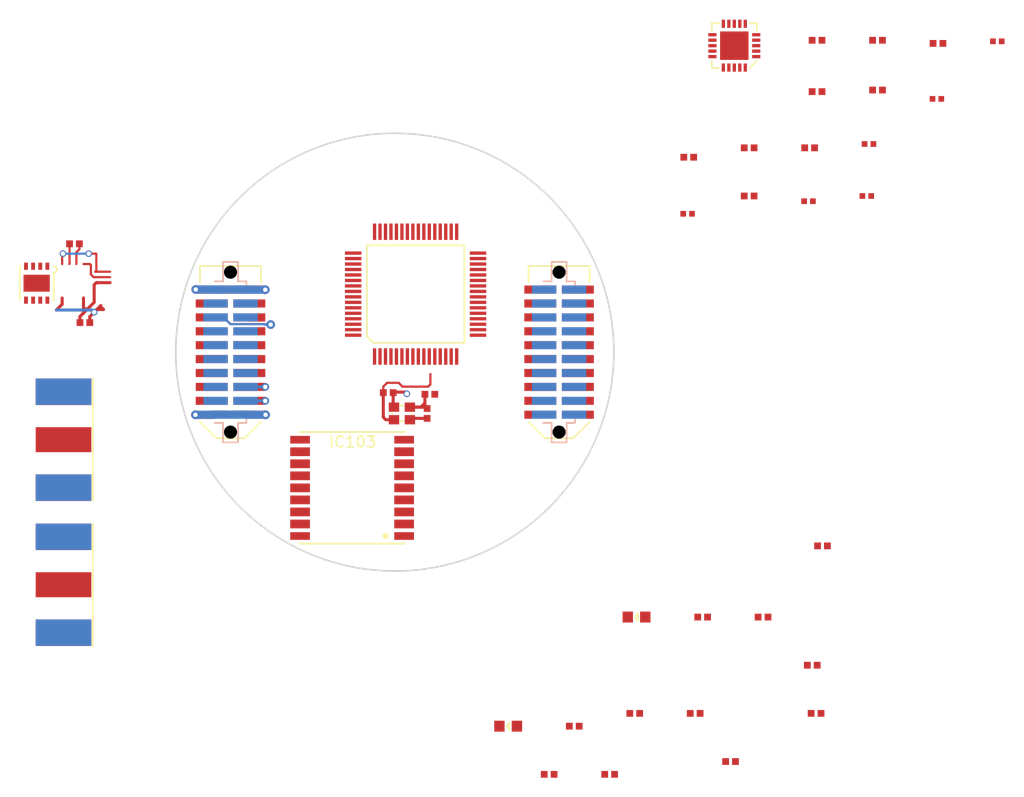
<source format=kicad_pcb>
(kicad_pcb (version 4) (host pcbnew 4.0.1-stable)

  (general
    (links 169)
    (no_connects 152)
    (area 64.865 67.6 157.55 140.727143)
    (thickness 1.6)
    (drawings 1)
    (tracks 128)
    (zones 0)
    (modules 44)
    (nets 58)
  )

  (page A4)
  (layers
    (0 F.Cu signal)
    (31 B.Cu signal)
    (32 B.Adhes user)
    (33 F.Adhes user)
    (34 B.Paste user)
    (35 F.Paste user)
    (36 B.SilkS user)
    (37 F.SilkS user)
    (38 B.Mask user)
    (39 F.Mask user)
    (40 Dwgs.User user)
    (41 Cmts.User user)
    (42 Eco1.User user)
    (43 Eco2.User user)
    (44 Edge.Cuts user)
    (45 Margin user)
    (46 B.CrtYd user)
    (47 F.CrtYd user)
    (48 B.Fab user)
    (49 F.Fab user)
  )

  (setup
    (last_trace_width 0.28)
    (user_trace_width 0.2)
    (user_trace_width 0.28)
    (user_trace_width 0.5)
    (user_trace_width 0.74)
    (trace_clearance 0.15)
    (zone_clearance 0.508)
    (zone_45_only yes)
    (trace_min 0.2)
    (segment_width 0.2)
    (edge_width 0.15)
    (via_size 0.6)
    (via_drill 0.4)
    (via_min_size 0.4)
    (via_min_drill 0.3)
    (user_via 0.6 0.3)
    (user_via 0.7 0.4)
    (user_via 0.8 0.4)
    (uvia_size 0.3)
    (uvia_drill 0.1)
    (uvias_allowed no)
    (uvia_min_size 0.2)
    (uvia_min_drill 0.1)
    (pcb_text_width 0.3)
    (pcb_text_size 1.5 1.5)
    (mod_edge_width 0.15)
    (mod_text_size 1 1)
    (mod_text_width 0.15)
    (pad_size 1.524 1.524)
    (pad_drill 0.762)
    (pad_to_mask_clearance 0.2)
    (aux_axis_origin 100 100)
    (grid_origin 100 100)
    (visible_elements 7FFEFFFF)
    (pcbplotparams
      (layerselection 0x00030_80000001)
      (usegerberextensions false)
      (excludeedgelayer true)
      (linewidth 0.100000)
      (plotframeref false)
      (viasonmask false)
      (mode 1)
      (useauxorigin false)
      (hpglpennumber 1)
      (hpglpenspeed 20)
      (hpglpendiameter 15)
      (hpglpenoverlay 2)
      (psnegative false)
      (psa4output false)
      (plotreference true)
      (plotvalue true)
      (plotinvisibletext false)
      (padsonsilk false)
      (subtractmaskfromsilk false)
      (outputformat 1)
      (mirror false)
      (drillshape 1)
      (scaleselection 1)
      (outputdirectory ""))
  )

  (net 0 "")
  (net 1 GND)
  (net 2 "Net-(C101-Pad2)")
  (net 3 "Net-(C102-Pad1)")
  (net 4 3v3)
  (net 5 "Net-(C110-Pad1)")
  (net 6 "Net-(C111-Pad1)")
  (net 7 /5v_CAN)
  (net 8 "Net-(D101-Pad2)")
  (net 9 "Net-(D102-Pad2)")
  (net 10 "Net-(IC101-Pad6)")
  (net 11 /TX_GPS_from_MCU)
  (net 12 /RX_GPS_from_MCU)
  (net 13 /LED_RED)
  (net 14 /LED_GRN)
  (net 15 /Radio/Radio_nIRQ)
  (net 16 /Radio/Radio_nSEL)
  (net 17 /Radio/Radio_SCLK)
  (net 18 /Radio/Radio_SDO)
  (net 19 /Radio/Radio_SDI)
  (net 20 /JTMS)
  (net 21 /JTCK)
  (net 22 /JTDI)
  (net 23 /JTDO)
  (net 24 /CAN_RXD)
  (net 25 /CAN_TXD)
  (net 26 /CAN-)
  (net 27 /CAN+)
  (net 28 /3v3_IMU)
  (net 29 /3v3_FC)
  (net 30 /3v3_PYRO)
  (net 31 /JTDR)
  (net 32 /3v3_DL)
  (net 33 /RSVD1)
  (net 34 /3v3_AUX1)
  (net 35 /3v3_AUX2)
  (net 36 /RSVD2)
  (net 37 /PYRO_SO)
  (net 38 /PYRO_SI)
  (net 39 /5v_RADIO)
  (net 40 /PYRO1)
  (net 41 /5v_IMU)
  (net 42 /PYRO2)
  (net 43 /5v_AUX1)
  (net 44 /PYRO3)
  (net 45 /5v_AUX2)
  (net 46 /PYRO4)
  (net 47 /5v_CAM)
  (net 48 /PWR)
  (net 49 /CHARGE)
  (net 50 "Net-(IC103-Pad11)")
  (net 51 /Radio/RXp)
  (net 52 /Radio/RXn)
  (net 53 /Radio/TX_pin)
  (net 54 "Net-(C204-Pad2)")
  (net 55 "Net-(C205-Pad2)")
  (net 56 "Net-(C207-Pad1)")
  (net 57 "Net-(C208-Pad1)")

  (net_class Default "This is the default net class."
    (clearance 0.15)
    (trace_width 0.25)
    (via_dia 0.6)
    (via_drill 0.4)
    (uvia_dia 0.3)
    (uvia_drill 0.1)
    (add_net /3v3_AUX1)
    (add_net /3v3_AUX2)
    (add_net /3v3_DL)
    (add_net /3v3_FC)
    (add_net /3v3_IMU)
    (add_net /3v3_PYRO)
    (add_net /5v_AUX1)
    (add_net /5v_AUX2)
    (add_net /5v_CAM)
    (add_net /5v_CAN)
    (add_net /5v_IMU)
    (add_net /5v_RADIO)
    (add_net /CAN+)
    (add_net /CAN-)
    (add_net /CAN_RXD)
    (add_net /CAN_TXD)
    (add_net /CHARGE)
    (add_net /JTCK)
    (add_net /JTDI)
    (add_net /JTDO)
    (add_net /JTDR)
    (add_net /JTMS)
    (add_net /LED_GRN)
    (add_net /LED_RED)
    (add_net /PWR)
    (add_net /PYRO1)
    (add_net /PYRO2)
    (add_net /PYRO3)
    (add_net /PYRO4)
    (add_net /PYRO_SI)
    (add_net /PYRO_SO)
    (add_net /RSVD1)
    (add_net /RSVD2)
    (add_net /RX_GPS_from_MCU)
    (add_net /Radio/RXn)
    (add_net /Radio/RXp)
    (add_net /Radio/Radio_SCLK)
    (add_net /Radio/Radio_SDI)
    (add_net /Radio/Radio_SDO)
    (add_net /Radio/Radio_nIRQ)
    (add_net /Radio/Radio_nSEL)
    (add_net /Radio/TX_pin)
    (add_net /TX_GPS_from_MCU)
    (add_net 3v3)
    (add_net GND)
    (add_net "Net-(C101-Pad2)")
    (add_net "Net-(C102-Pad1)")
    (add_net "Net-(C110-Pad1)")
    (add_net "Net-(C111-Pad1)")
    (add_net "Net-(C204-Pad2)")
    (add_net "Net-(C205-Pad2)")
    (add_net "Net-(C207-Pad1)")
    (add_net "Net-(C208-Pad1)")
    (add_net "Net-(D101-Pad2)")
    (add_net "Net-(D102-Pad2)")
    (add_net "Net-(IC101-Pad6)")
    (add_net "Net-(IC103-Pad11)")
  )

  (module agg:TFML-110-02-L-D (layer F.Cu) (tedit 56B15E0A) (tstamp 56C4D4E8)
    (at 85 100 270)
    (path /56C56524)
    (fp_text reference J101 (at 0 -4.125 270) (layer F.Fab)
      (effects (font (size 1 1) (thickness 0.15)))
    )
    (fp_text value "WEST TOP" (at 0 4.125 270) (layer F.Fab)
      (effects (font (size 1 1) (thickness 0.15)))
    )
    (fp_line (start -7.94 -2.86) (end 7.94 -2.86) (layer F.Fab) (width 0.01))
    (fp_line (start 7.94 -2.86) (end 7.94 2.86) (layer F.Fab) (width 0.01))
    (fp_line (start 7.94 2.86) (end -7.94 2.86) (layer F.Fab) (width 0.01))
    (fp_line (start -7.94 2.86) (end -7.94 -2.86) (layer F.Fab) (width 0.01))
    (fp_line (start -8.6 -3.45) (end 8.6 -3.45) (layer F.CrtYd) (width 0.01))
    (fp_line (start 8.6 -3.45) (end 8.6 3.45) (layer F.CrtYd) (width 0.01))
    (fp_line (start 8.6 3.45) (end -8.6 3.45) (layer F.CrtYd) (width 0.01))
    (fp_line (start -8.6 3.45) (end -8.6 -3.45) (layer F.CrtYd) (width 0.01))
    (fp_line (start -6.365 -2.785) (end -7.865 -2.785) (layer F.SilkS) (width 0.15))
    (fp_line (start -7.865 -2.785) (end -7.865 2.785) (layer F.SilkS) (width 0.15))
    (fp_line (start -7.865 2.785) (end -6.365 2.785) (layer F.SilkS) (width 0.15))
    (fp_line (start 6.365 2.785) (end 7.865 1.285) (layer F.SilkS) (width 0.15))
    (fp_line (start 7.865 1.285) (end 7.865 -1.285) (layer F.SilkS) (width 0.15))
    (fp_line (start 7.865 -1.285) (end 6.365 -2.785) (layer F.SilkS) (width 0.15))
    (pad 1 smd rect (at -5.715 1.715 270) (size 0.74 2.92) (layers F.Cu F.Paste F.Mask)
      (net 1 GND))
    (pad 2 smd rect (at -5.715 -1.715 270) (size 0.74 2.92) (layers F.Cu F.Paste F.Mask)
      (net 1 GND))
    (pad 3 smd rect (at -4.445 1.715 270) (size 0.74 2.92) (layers F.Cu F.Paste F.Mask)
      (net 28 /3v3_IMU))
    (pad 4 smd rect (at -4.445 -1.715 270) (size 0.74 2.92) (layers F.Cu F.Paste F.Mask)
      (net 20 /JTMS))
    (pad 5 smd rect (at -3.175 1.715 270) (size 0.74 2.92) (layers F.Cu F.Paste F.Mask)
      (net 4 3v3))
    (pad 6 smd rect (at -3.175 -1.715 270) (size 0.74 2.92) (layers F.Cu F.Paste F.Mask)
      (net 21 /JTCK))
    (pad 7 smd rect (at -1.905 1.715 270) (size 0.74 2.92) (layers F.Cu F.Paste F.Mask)
      (net 29 /3v3_FC))
    (pad 8 smd rect (at -1.905 -1.715 270) (size 0.74 2.92) (layers F.Cu F.Paste F.Mask)
      (net 23 /JTDO))
    (pad 9 smd rect (at -0.635 1.715 270) (size 0.74 2.92) (layers F.Cu F.Paste F.Mask)
      (net 30 /3v3_PYRO))
    (pad 10 smd rect (at -0.635 -1.715 270) (size 0.74 2.92) (layers F.Cu F.Paste F.Mask)
      (net 31 /JTDR))
    (pad 11 smd rect (at 0.635 1.715 270) (size 0.74 2.92) (layers F.Cu F.Paste F.Mask)
      (net 32 /3v3_DL))
    (pad 12 smd rect (at 0.635 -1.715 270) (size 0.74 2.92) (layers F.Cu F.Paste F.Mask)
      (net 33 /RSVD1))
    (pad 13 smd rect (at 1.905 1.715 270) (size 0.74 2.92) (layers F.Cu F.Paste F.Mask)
      (net 34 /3v3_AUX1))
    (pad 14 smd rect (at 1.905 -1.715 270) (size 0.74 2.92) (layers F.Cu F.Paste F.Mask)
      (net 7 /5v_CAN))
    (pad 15 smd rect (at 3.175 1.715 270) (size 0.74 2.92) (layers F.Cu F.Paste F.Mask)
      (net 35 /3v3_AUX2))
    (pad 16 smd rect (at 3.175 -1.715 270) (size 0.74 2.92) (layers F.Cu F.Paste F.Mask)
      (net 26 /CAN-))
    (pad 17 smd rect (at 4.445 1.715 270) (size 0.74 2.92) (layers F.Cu F.Paste F.Mask)
      (net 36 /RSVD2))
    (pad 18 smd rect (at 4.445 -1.715 270) (size 0.74 2.92) (layers F.Cu F.Paste F.Mask)
      (net 27 /CAN+))
    (pad 19 smd rect (at 5.715 1.715 270) (size 0.74 2.92) (layers F.Cu F.Paste F.Mask)
      (net 1 GND))
    (pad 20 smd rect (at 5.715 -1.715 270) (size 0.74 2.92) (layers F.Cu F.Paste F.Mask)
      (net 1 GND))
  )

  (module agg:0402 (layer F.Cu) (tedit 56836635) (tstamp 56C4D220)
    (at 99.4 103.7 180)
    (path /56C5657D)
    (fp_text reference C101 (at -1.71 0 270) (layer F.Fab)
      (effects (font (size 1 1) (thickness 0.15)))
    )
    (fp_text value 10p (at 1.71 0 270) (layer F.Fab)
      (effects (font (size 1 1) (thickness 0.15)))
    )
    (fp_line (start -0.5 -0.25) (end 0.5 -0.25) (layer F.Fab) (width 0.01))
    (fp_line (start 0.5 -0.25) (end 0.5 0.25) (layer F.Fab) (width 0.01))
    (fp_line (start 0.5 0.25) (end -0.5 0.25) (layer F.Fab) (width 0.01))
    (fp_line (start -0.5 0.25) (end -0.5 -0.25) (layer F.Fab) (width 0.01))
    (fp_line (start -0.2 -0.25) (end -0.2 0.25) (layer F.Fab) (width 0.01))
    (fp_line (start 0.2 -0.25) (end 0.2 0.25) (layer F.Fab) (width 0.01))
    (fp_line (start -1.05 -0.6) (end 1.05 -0.6) (layer F.CrtYd) (width 0.01))
    (fp_line (start 1.05 -0.6) (end 1.05 0.6) (layer F.CrtYd) (width 0.01))
    (fp_line (start 1.05 0.6) (end -1.05 0.6) (layer F.CrtYd) (width 0.01))
    (fp_line (start -1.05 0.6) (end -1.05 -0.6) (layer F.CrtYd) (width 0.01))
    (pad 1 smd rect (at -0.45 0 180) (size 0.62 0.62) (layers F.Cu F.Paste F.Mask)
      (net 1 GND))
    (pad 2 smd rect (at 0.45 0 180) (size 0.62 0.62) (layers F.Cu F.Paste F.Mask)
      (net 2 "Net-(C101-Pad2)"))
  )

  (module agg:0402 (layer F.Cu) (tedit 56836635) (tstamp 56C4D230)
    (at 102.95 105.6 270)
    (path /56C56575)
    (fp_text reference C102 (at -1.71 0 360) (layer F.Fab)
      (effects (font (size 1 1) (thickness 0.15)))
    )
    (fp_text value 10p (at 1.71 0 360) (layer F.Fab)
      (effects (font (size 1 1) (thickness 0.15)))
    )
    (fp_line (start -0.5 -0.25) (end 0.5 -0.25) (layer F.Fab) (width 0.01))
    (fp_line (start 0.5 -0.25) (end 0.5 0.25) (layer F.Fab) (width 0.01))
    (fp_line (start 0.5 0.25) (end -0.5 0.25) (layer F.Fab) (width 0.01))
    (fp_line (start -0.5 0.25) (end -0.5 -0.25) (layer F.Fab) (width 0.01))
    (fp_line (start -0.2 -0.25) (end -0.2 0.25) (layer F.Fab) (width 0.01))
    (fp_line (start 0.2 -0.25) (end 0.2 0.25) (layer F.Fab) (width 0.01))
    (fp_line (start -1.05 -0.6) (end 1.05 -0.6) (layer F.CrtYd) (width 0.01))
    (fp_line (start 1.05 -0.6) (end 1.05 0.6) (layer F.CrtYd) (width 0.01))
    (fp_line (start 1.05 0.6) (end -1.05 0.6) (layer F.CrtYd) (width 0.01))
    (fp_line (start -1.05 0.6) (end -1.05 -0.6) (layer F.CrtYd) (width 0.01))
    (pad 1 smd rect (at -0.45 0 270) (size 0.62 0.62) (layers F.Cu F.Paste F.Mask)
      (net 3 "Net-(C102-Pad1)"))
    (pad 2 smd rect (at 0.45 0 270) (size 0.62 0.62) (layers F.Cu F.Paste F.Mask)
      (net 1 GND))
  )

  (module agg:0402 (layer F.Cu) (tedit 56836635) (tstamp 56C4D240)
    (at 119.615 138.573572)
    (path /56C5666D)
    (fp_text reference C103 (at -1.71 0 90) (layer F.Fab)
      (effects (font (size 1 1) (thickness 0.15)))
    )
    (fp_text value 4µ7 (at 1.71 0 90) (layer F.Fab)
      (effects (font (size 1 1) (thickness 0.15)))
    )
    (fp_line (start -0.5 -0.25) (end 0.5 -0.25) (layer F.Fab) (width 0.01))
    (fp_line (start 0.5 -0.25) (end 0.5 0.25) (layer F.Fab) (width 0.01))
    (fp_line (start 0.5 0.25) (end -0.5 0.25) (layer F.Fab) (width 0.01))
    (fp_line (start -0.5 0.25) (end -0.5 -0.25) (layer F.Fab) (width 0.01))
    (fp_line (start -0.2 -0.25) (end -0.2 0.25) (layer F.Fab) (width 0.01))
    (fp_line (start 0.2 -0.25) (end 0.2 0.25) (layer F.Fab) (width 0.01))
    (fp_line (start -1.05 -0.6) (end 1.05 -0.6) (layer F.CrtYd) (width 0.01))
    (fp_line (start 1.05 -0.6) (end 1.05 0.6) (layer F.CrtYd) (width 0.01))
    (fp_line (start 1.05 0.6) (end -1.05 0.6) (layer F.CrtYd) (width 0.01))
    (fp_line (start -1.05 0.6) (end -1.05 -0.6) (layer F.CrtYd) (width 0.01))
    (pad 1 smd rect (at -0.45 0) (size 0.62 0.62) (layers F.Cu F.Paste F.Mask)
      (net 1 GND))
    (pad 2 smd rect (at 0.45 0) (size 0.62 0.62) (layers F.Cu F.Paste F.Mask)
      (net 4 3v3))
  )

  (module agg:0402 (layer F.Cu) (tedit 56836635) (tstamp 56C4D250)
    (at 133.625 124.203572)
    (path /56C56675)
    (fp_text reference C104 (at -1.71 0 90) (layer F.Fab)
      (effects (font (size 1 1) (thickness 0.15)))
    )
    (fp_text value 100n (at 1.71 0 90) (layer F.Fab)
      (effects (font (size 1 1) (thickness 0.15)))
    )
    (fp_line (start -0.5 -0.25) (end 0.5 -0.25) (layer F.Fab) (width 0.01))
    (fp_line (start 0.5 -0.25) (end 0.5 0.25) (layer F.Fab) (width 0.01))
    (fp_line (start 0.5 0.25) (end -0.5 0.25) (layer F.Fab) (width 0.01))
    (fp_line (start -0.5 0.25) (end -0.5 -0.25) (layer F.Fab) (width 0.01))
    (fp_line (start -0.2 -0.25) (end -0.2 0.25) (layer F.Fab) (width 0.01))
    (fp_line (start 0.2 -0.25) (end 0.2 0.25) (layer F.Fab) (width 0.01))
    (fp_line (start -1.05 -0.6) (end 1.05 -0.6) (layer F.CrtYd) (width 0.01))
    (fp_line (start 1.05 -0.6) (end 1.05 0.6) (layer F.CrtYd) (width 0.01))
    (fp_line (start 1.05 0.6) (end -1.05 0.6) (layer F.CrtYd) (width 0.01))
    (fp_line (start -1.05 0.6) (end -1.05 -0.6) (layer F.CrtYd) (width 0.01))
    (pad 1 smd rect (at -0.45 0) (size 0.62 0.62) (layers F.Cu F.Paste F.Mask)
      (net 1 GND))
    (pad 2 smd rect (at 0.45 0) (size 0.62 0.62) (layers F.Cu F.Paste F.Mask)
      (net 4 3v3))
  )

  (module agg:0402 (layer F.Cu) (tedit 56836635) (tstamp 56C4D260)
    (at 71.7 97.3)
    (path /56C56685)
    (fp_text reference C105 (at -1.71 0 90) (layer F.Fab)
      (effects (font (size 1 1) (thickness 0.15)))
    )
    (fp_text value 100n (at 1.71 0 90) (layer F.Fab)
      (effects (font (size 1 1) (thickness 0.15)))
    )
    (fp_line (start -0.5 -0.25) (end 0.5 -0.25) (layer F.Fab) (width 0.01))
    (fp_line (start 0.5 -0.25) (end 0.5 0.25) (layer F.Fab) (width 0.01))
    (fp_line (start 0.5 0.25) (end -0.5 0.25) (layer F.Fab) (width 0.01))
    (fp_line (start -0.5 0.25) (end -0.5 -0.25) (layer F.Fab) (width 0.01))
    (fp_line (start -0.2 -0.25) (end -0.2 0.25) (layer F.Fab) (width 0.01))
    (fp_line (start 0.2 -0.25) (end 0.2 0.25) (layer F.Fab) (width 0.01))
    (fp_line (start -1.05 -0.6) (end 1.05 -0.6) (layer F.CrtYd) (width 0.01))
    (fp_line (start 1.05 -0.6) (end 1.05 0.6) (layer F.CrtYd) (width 0.01))
    (fp_line (start 1.05 0.6) (end -1.05 0.6) (layer F.CrtYd) (width 0.01))
    (fp_line (start -1.05 0.6) (end -1.05 -0.6) (layer F.CrtYd) (width 0.01))
    (pad 1 smd rect (at -0.45 0) (size 0.62 0.62) (layers F.Cu F.Paste F.Mask)
      (net 1 GND))
    (pad 2 smd rect (at 0.45 0) (size 0.62 0.62) (layers F.Cu F.Paste F.Mask)
      (net 4 3v3))
  )

  (module agg:0402 (layer F.Cu) (tedit 56836635) (tstamp 56C4D270)
    (at 121.905 133.003572)
    (path /56C56665)
    (fp_text reference C106 (at -1.71 0 90) (layer F.Fab)
      (effects (font (size 1 1) (thickness 0.15)))
    )
    (fp_text value 1µ (at 1.71 0 90) (layer F.Fab)
      (effects (font (size 1 1) (thickness 0.15)))
    )
    (fp_line (start -0.5 -0.25) (end 0.5 -0.25) (layer F.Fab) (width 0.01))
    (fp_line (start 0.5 -0.25) (end 0.5 0.25) (layer F.Fab) (width 0.01))
    (fp_line (start 0.5 0.25) (end -0.5 0.25) (layer F.Fab) (width 0.01))
    (fp_line (start -0.5 0.25) (end -0.5 -0.25) (layer F.Fab) (width 0.01))
    (fp_line (start -0.2 -0.25) (end -0.2 0.25) (layer F.Fab) (width 0.01))
    (fp_line (start 0.2 -0.25) (end 0.2 0.25) (layer F.Fab) (width 0.01))
    (fp_line (start -1.05 -0.6) (end 1.05 -0.6) (layer F.CrtYd) (width 0.01))
    (fp_line (start 1.05 -0.6) (end 1.05 0.6) (layer F.CrtYd) (width 0.01))
    (fp_line (start 1.05 0.6) (end -1.05 0.6) (layer F.CrtYd) (width 0.01))
    (fp_line (start -1.05 0.6) (end -1.05 -0.6) (layer F.CrtYd) (width 0.01))
    (pad 1 smd rect (at -0.45 0) (size 0.62 0.62) (layers F.Cu F.Paste F.Mask)
      (net 1 GND))
    (pad 2 smd rect (at 0.45 0) (size 0.62 0.62) (layers F.Cu F.Paste F.Mask)
      (net 4 3v3))
  )

  (module agg:0402 (layer F.Cu) (tedit 56836635) (tstamp 56C4D280)
    (at 114.095 138.573572)
    (path /56C5665D)
    (fp_text reference C107 (at -1.71 0 90) (layer F.Fab)
      (effects (font (size 1 1) (thickness 0.15)))
    )
    (fp_text value 100n (at 1.71 0 90) (layer F.Fab)
      (effects (font (size 1 1) (thickness 0.15)))
    )
    (fp_line (start -0.5 -0.25) (end 0.5 -0.25) (layer F.Fab) (width 0.01))
    (fp_line (start 0.5 -0.25) (end 0.5 0.25) (layer F.Fab) (width 0.01))
    (fp_line (start 0.5 0.25) (end -0.5 0.25) (layer F.Fab) (width 0.01))
    (fp_line (start -0.5 0.25) (end -0.5 -0.25) (layer F.Fab) (width 0.01))
    (fp_line (start -0.2 -0.25) (end -0.2 0.25) (layer F.Fab) (width 0.01))
    (fp_line (start 0.2 -0.25) (end 0.2 0.25) (layer F.Fab) (width 0.01))
    (fp_line (start -1.05 -0.6) (end 1.05 -0.6) (layer F.CrtYd) (width 0.01))
    (fp_line (start 1.05 -0.6) (end 1.05 0.6) (layer F.CrtYd) (width 0.01))
    (fp_line (start 1.05 0.6) (end -1.05 0.6) (layer F.CrtYd) (width 0.01))
    (fp_line (start -1.05 0.6) (end -1.05 -0.6) (layer F.CrtYd) (width 0.01))
    (pad 1 smd rect (at -0.45 0) (size 0.62 0.62) (layers F.Cu F.Paste F.Mask)
      (net 1 GND))
    (pad 2 smd rect (at 0.45 0) (size 0.62 0.62) (layers F.Cu F.Paste F.Mask)
      (net 4 3v3))
  )

  (module agg:0402 (layer F.Cu) (tedit 56836635) (tstamp 56C4D290)
    (at 128.105 124.203572)
    (path /56C5667D)
    (fp_text reference C108 (at -1.71 0 90) (layer F.Fab)
      (effects (font (size 1 1) (thickness 0.15)))
    )
    (fp_text value 100n (at 1.71 0 90) (layer F.Fab)
      (effects (font (size 1 1) (thickness 0.15)))
    )
    (fp_line (start -0.5 -0.25) (end 0.5 -0.25) (layer F.Fab) (width 0.01))
    (fp_line (start 0.5 -0.25) (end 0.5 0.25) (layer F.Fab) (width 0.01))
    (fp_line (start 0.5 0.25) (end -0.5 0.25) (layer F.Fab) (width 0.01))
    (fp_line (start -0.5 0.25) (end -0.5 -0.25) (layer F.Fab) (width 0.01))
    (fp_line (start -0.2 -0.25) (end -0.2 0.25) (layer F.Fab) (width 0.01))
    (fp_line (start 0.2 -0.25) (end 0.2 0.25) (layer F.Fab) (width 0.01))
    (fp_line (start -1.05 -0.6) (end 1.05 -0.6) (layer F.CrtYd) (width 0.01))
    (fp_line (start 1.05 -0.6) (end 1.05 0.6) (layer F.CrtYd) (width 0.01))
    (fp_line (start 1.05 0.6) (end -1.05 0.6) (layer F.CrtYd) (width 0.01))
    (fp_line (start -1.05 0.6) (end -1.05 -0.6) (layer F.CrtYd) (width 0.01))
    (pad 1 smd rect (at -0.45 0) (size 0.62 0.62) (layers F.Cu F.Paste F.Mask)
      (net 1 GND))
    (pad 2 smd rect (at 0.45 0) (size 0.62 0.62) (layers F.Cu F.Paste F.Mask)
      (net 4 3v3))
  )

  (module agg:0402 (layer F.Cu) (tedit 56836635) (tstamp 56C4D2A0)
    (at 139.05 117.7)
    (path /56C5668D)
    (fp_text reference C109 (at -1.71 0 90) (layer F.Fab)
      (effects (font (size 1 1) (thickness 0.15)))
    )
    (fp_text value 100n (at 1.71 0 90) (layer F.Fab)
      (effects (font (size 1 1) (thickness 0.15)))
    )
    (fp_line (start -0.5 -0.25) (end 0.5 -0.25) (layer F.Fab) (width 0.01))
    (fp_line (start 0.5 -0.25) (end 0.5 0.25) (layer F.Fab) (width 0.01))
    (fp_line (start 0.5 0.25) (end -0.5 0.25) (layer F.Fab) (width 0.01))
    (fp_line (start -0.5 0.25) (end -0.5 -0.25) (layer F.Fab) (width 0.01))
    (fp_line (start -0.2 -0.25) (end -0.2 0.25) (layer F.Fab) (width 0.01))
    (fp_line (start 0.2 -0.25) (end 0.2 0.25) (layer F.Fab) (width 0.01))
    (fp_line (start -1.05 -0.6) (end 1.05 -0.6) (layer F.CrtYd) (width 0.01))
    (fp_line (start 1.05 -0.6) (end 1.05 0.6) (layer F.CrtYd) (width 0.01))
    (fp_line (start 1.05 0.6) (end -1.05 0.6) (layer F.CrtYd) (width 0.01))
    (fp_line (start -1.05 0.6) (end -1.05 -0.6) (layer F.CrtYd) (width 0.01))
    (pad 1 smd rect (at -0.45 0) (size 0.62 0.62) (layers F.Cu F.Paste F.Mask)
      (net 1 GND))
    (pad 2 smd rect (at 0.45 0) (size 0.62 0.62) (layers F.Cu F.Paste F.Mask)
      (net 4 3v3))
  )

  (module agg:0402 (layer F.Cu) (tedit 56836635) (tstamp 56C4D2B0)
    (at 116.385 134.173572)
    (path /56C56559)
    (fp_text reference C110 (at -1.71 0 90) (layer F.Fab)
      (effects (font (size 1 1) (thickness 0.15)))
    )
    (fp_text value 2µ2 (at 1.71 0 90) (layer F.Fab)
      (effects (font (size 1 1) (thickness 0.15)))
    )
    (fp_line (start -0.5 -0.25) (end 0.5 -0.25) (layer F.Fab) (width 0.01))
    (fp_line (start 0.5 -0.25) (end 0.5 0.25) (layer F.Fab) (width 0.01))
    (fp_line (start 0.5 0.25) (end -0.5 0.25) (layer F.Fab) (width 0.01))
    (fp_line (start -0.5 0.25) (end -0.5 -0.25) (layer F.Fab) (width 0.01))
    (fp_line (start -0.2 -0.25) (end -0.2 0.25) (layer F.Fab) (width 0.01))
    (fp_line (start 0.2 -0.25) (end 0.2 0.25) (layer F.Fab) (width 0.01))
    (fp_line (start -1.05 -0.6) (end 1.05 -0.6) (layer F.CrtYd) (width 0.01))
    (fp_line (start 1.05 -0.6) (end 1.05 0.6) (layer F.CrtYd) (width 0.01))
    (fp_line (start 1.05 0.6) (end -1.05 0.6) (layer F.CrtYd) (width 0.01))
    (fp_line (start -1.05 0.6) (end -1.05 -0.6) (layer F.CrtYd) (width 0.01))
    (pad 1 smd rect (at -0.45 0) (size 0.62 0.62) (layers F.Cu F.Paste F.Mask)
      (net 5 "Net-(C110-Pad1)"))
    (pad 2 smd rect (at 0.45 0) (size 0.62 0.62) (layers F.Cu F.Paste F.Mask)
      (net 1 GND))
  )

  (module agg:0402 (layer F.Cu) (tedit 56836635) (tstamp 56C4D2C0)
    (at 127.425 133.003572)
    (path /56C56551)
    (fp_text reference C111 (at -1.71 0 90) (layer F.Fab)
      (effects (font (size 1 1) (thickness 0.15)))
    )
    (fp_text value 2µ2 (at 1.71 0 90) (layer F.Fab)
      (effects (font (size 1 1) (thickness 0.15)))
    )
    (fp_line (start -0.5 -0.25) (end 0.5 -0.25) (layer F.Fab) (width 0.01))
    (fp_line (start 0.5 -0.25) (end 0.5 0.25) (layer F.Fab) (width 0.01))
    (fp_line (start 0.5 0.25) (end -0.5 0.25) (layer F.Fab) (width 0.01))
    (fp_line (start -0.5 0.25) (end -0.5 -0.25) (layer F.Fab) (width 0.01))
    (fp_line (start -0.2 -0.25) (end -0.2 0.25) (layer F.Fab) (width 0.01))
    (fp_line (start 0.2 -0.25) (end 0.2 0.25) (layer F.Fab) (width 0.01))
    (fp_line (start -1.05 -0.6) (end 1.05 -0.6) (layer F.CrtYd) (width 0.01))
    (fp_line (start 1.05 -0.6) (end 1.05 0.6) (layer F.CrtYd) (width 0.01))
    (fp_line (start 1.05 0.6) (end -1.05 0.6) (layer F.CrtYd) (width 0.01))
    (fp_line (start -1.05 0.6) (end -1.05 -0.6) (layer F.CrtYd) (width 0.01))
    (pad 1 smd rect (at -0.45 0) (size 0.62 0.62) (layers F.Cu F.Paste F.Mask)
      (net 6 "Net-(C111-Pad1)"))
    (pad 2 smd rect (at 0.45 0) (size 0.62 0.62) (layers F.Cu F.Paste F.Mask)
      (net 1 GND))
  )

  (module agg:0402 (layer F.Cu) (tedit 56836635) (tstamp 56C4D2D0)
    (at 70.75 90.1)
    (path /56C5646F)
    (fp_text reference C112 (at -1.71 0 90) (layer F.Fab)
      (effects (font (size 1 1) (thickness 0.15)))
    )
    (fp_text value 100n (at 1.71 0 90) (layer F.Fab)
      (effects (font (size 1 1) (thickness 0.15)))
    )
    (fp_line (start -0.5 -0.25) (end 0.5 -0.25) (layer F.Fab) (width 0.01))
    (fp_line (start 0.5 -0.25) (end 0.5 0.25) (layer F.Fab) (width 0.01))
    (fp_line (start 0.5 0.25) (end -0.5 0.25) (layer F.Fab) (width 0.01))
    (fp_line (start -0.5 0.25) (end -0.5 -0.25) (layer F.Fab) (width 0.01))
    (fp_line (start -0.2 -0.25) (end -0.2 0.25) (layer F.Fab) (width 0.01))
    (fp_line (start 0.2 -0.25) (end 0.2 0.25) (layer F.Fab) (width 0.01))
    (fp_line (start -1.05 -0.6) (end 1.05 -0.6) (layer F.CrtYd) (width 0.01))
    (fp_line (start 1.05 -0.6) (end 1.05 0.6) (layer F.CrtYd) (width 0.01))
    (fp_line (start 1.05 0.6) (end -1.05 0.6) (layer F.CrtYd) (width 0.01))
    (fp_line (start -1.05 0.6) (end -1.05 -0.6) (layer F.CrtYd) (width 0.01))
    (pad 1 smd rect (at -0.45 0) (size 0.62 0.62) (layers F.Cu F.Paste F.Mask)
      (net 7 /5v_CAN))
    (pad 2 smd rect (at 0.45 0) (size 0.62 0.62) (layers F.Cu F.Paste F.Mask)
      (net 1 GND))
  )

  (module agg:0603-LED (layer F.Cu) (tedit 568457C2) (tstamp 56C4D2E4)
    (at 122.07 124.203572)
    (path /56C564CF)
    (fp_text reference D101 (at -2.225 0 90) (layer F.Fab)
      (effects (font (size 1 1) (thickness 0.15)))
    )
    (fp_text value RED (at 2.225 0 90) (layer F.Fab)
      (effects (font (size 1 1) (thickness 0.15)))
    )
    (fp_line (start -0.8 -0.4) (end 0.8 -0.4) (layer F.Fab) (width 0.01))
    (fp_line (start 0.8 -0.4) (end 0.8 0.4) (layer F.Fab) (width 0.01))
    (fp_line (start 0.8 0.4) (end -0.8 0.4) (layer F.Fab) (width 0.01))
    (fp_line (start -0.8 0.4) (end -0.8 -0.4) (layer F.Fab) (width 0.01))
    (fp_line (start -0.4 -0.4) (end -0.4 0.4) (layer F.Fab) (width 0.01))
    (fp_line (start -0.55 -0.4) (end -0.55 0.4) (layer F.Fab) (width 0.01))
    (fp_line (start 0.55 -0.4) (end 0.55 0.4) (layer F.Fab) (width 0.01))
    (fp_line (start -0.125 0) (end 0.125 -0.325) (layer F.SilkS) (width 0.15))
    (fp_line (start -0.125 0) (end 0.125 0.325) (layer F.SilkS) (width 0.15))
    (fp_line (start 0.125 -0.325) (end 0.125 0.325) (layer F.SilkS) (width 0.15))
    (fp_line (start -1.55 -0.75) (end 1.55 -0.75) (layer F.CrtYd) (width 0.01))
    (fp_line (start 1.55 -0.75) (end 1.55 0.75) (layer F.CrtYd) (width 0.01))
    (fp_line (start 1.55 0.75) (end -1.55 0.75) (layer F.CrtYd) (width 0.01))
    (fp_line (start -1.55 0.75) (end -1.55 -0.75) (layer F.CrtYd) (width 0.01))
    (pad 1 smd rect (at -0.8 0) (size 0.95 1) (layers F.Cu F.Paste F.Mask)
      (net 1 GND))
    (pad 2 smd rect (at 0.8 0) (size 0.95 1) (layers F.Cu F.Paste F.Mask)
      (net 8 "Net-(D101-Pad2)"))
  )

  (module agg:0603-LED (layer F.Cu) (tedit 568457C2) (tstamp 56C4D2F8)
    (at 110.35 134.173572)
    (path /56C564F7)
    (fp_text reference D102 (at -2.225 0 90) (layer F.Fab)
      (effects (font (size 1 1) (thickness 0.15)))
    )
    (fp_text value GRN (at 2.225 0 90) (layer F.Fab)
      (effects (font (size 1 1) (thickness 0.15)))
    )
    (fp_line (start -0.8 -0.4) (end 0.8 -0.4) (layer F.Fab) (width 0.01))
    (fp_line (start 0.8 -0.4) (end 0.8 0.4) (layer F.Fab) (width 0.01))
    (fp_line (start 0.8 0.4) (end -0.8 0.4) (layer F.Fab) (width 0.01))
    (fp_line (start -0.8 0.4) (end -0.8 -0.4) (layer F.Fab) (width 0.01))
    (fp_line (start -0.4 -0.4) (end -0.4 0.4) (layer F.Fab) (width 0.01))
    (fp_line (start -0.55 -0.4) (end -0.55 0.4) (layer F.Fab) (width 0.01))
    (fp_line (start 0.55 -0.4) (end 0.55 0.4) (layer F.Fab) (width 0.01))
    (fp_line (start -0.125 0) (end 0.125 -0.325) (layer F.SilkS) (width 0.15))
    (fp_line (start -0.125 0) (end 0.125 0.325) (layer F.SilkS) (width 0.15))
    (fp_line (start 0.125 -0.325) (end 0.125 0.325) (layer F.SilkS) (width 0.15))
    (fp_line (start -1.55 -0.75) (end 1.55 -0.75) (layer F.CrtYd) (width 0.01))
    (fp_line (start 1.55 -0.75) (end 1.55 0.75) (layer F.CrtYd) (width 0.01))
    (fp_line (start 1.55 0.75) (end -1.55 0.75) (layer F.CrtYd) (width 0.01))
    (fp_line (start -1.55 0.75) (end -1.55 -0.75) (layer F.CrtYd) (width 0.01))
    (pad 1 smd rect (at -0.8 0) (size 0.95 1) (layers F.Cu F.Paste F.Mask)
      (net 1 GND))
    (pad 2 smd rect (at 0.8 0) (size 0.95 1) (layers F.Cu F.Paste F.Mask)
      (net 9 "Net-(D102-Pad2)"))
  )

  (module agg:LQFP-64 (layer F.Cu) (tedit 5680BCD7) (tstamp 56C4D40A)
    (at 101.9 94.7 90)
    (path /56C5653C)
    (fp_text reference IC101 (at 0 -7.4 90) (layer F.Fab)
      (effects (font (size 1 1) (thickness 0.15)))
    )
    (fp_text value STM32F405RxTx (at 0 7.4 90) (layer F.Fab)
      (effects (font (size 1 1) (thickness 0.15)))
    )
    (fp_line (start -5.1 -5.1) (end 5.1 -5.1) (layer F.Fab) (width 0.01))
    (fp_line (start 5.1 -5.1) (end 5.1 5.1) (layer F.Fab) (width 0.01))
    (fp_line (start 5.1 5.1) (end -5.1 5.1) (layer F.Fab) (width 0.01))
    (fp_line (start -5.1 5.1) (end -5.1 -5.1) (layer F.Fab) (width 0.01))
    (fp_circle (center -4.3 -4.3) (end -4.3 -3.9) (layer F.Fab) (width 0.01))
    (fp_line (start -6.1 -3.885) (end -5.1 -3.885) (layer F.Fab) (width 0.01))
    (fp_line (start -5.1 -3.615) (end -6.1 -3.615) (layer F.Fab) (width 0.01))
    (fp_line (start -6.1 -3.615) (end -6.1 -3.885) (layer F.Fab) (width 0.01))
    (fp_line (start -6.1 -3.385) (end -5.1 -3.385) (layer F.Fab) (width 0.01))
    (fp_line (start -5.1 -3.115) (end -6.1 -3.115) (layer F.Fab) (width 0.01))
    (fp_line (start -6.1 -3.115) (end -6.1 -3.385) (layer F.Fab) (width 0.01))
    (fp_line (start -6.1 -2.885) (end -5.1 -2.885) (layer F.Fab) (width 0.01))
    (fp_line (start -5.1 -2.615) (end -6.1 -2.615) (layer F.Fab) (width 0.01))
    (fp_line (start -6.1 -2.615) (end -6.1 -2.885) (layer F.Fab) (width 0.01))
    (fp_line (start -6.1 -2.385) (end -5.1 -2.385) (layer F.Fab) (width 0.01))
    (fp_line (start -5.1 -2.115) (end -6.1 -2.115) (layer F.Fab) (width 0.01))
    (fp_line (start -6.1 -2.115) (end -6.1 -2.385) (layer F.Fab) (width 0.01))
    (fp_line (start -6.1 -1.885) (end -5.1 -1.885) (layer F.Fab) (width 0.01))
    (fp_line (start -5.1 -1.615) (end -6.1 -1.615) (layer F.Fab) (width 0.01))
    (fp_line (start -6.1 -1.615) (end -6.1 -1.885) (layer F.Fab) (width 0.01))
    (fp_line (start -6.1 -1.385) (end -5.1 -1.385) (layer F.Fab) (width 0.01))
    (fp_line (start -5.1 -1.115) (end -6.1 -1.115) (layer F.Fab) (width 0.01))
    (fp_line (start -6.1 -1.115) (end -6.1 -1.385) (layer F.Fab) (width 0.01))
    (fp_line (start -6.1 -0.885) (end -5.1 -0.885) (layer F.Fab) (width 0.01))
    (fp_line (start -5.1 -0.615) (end -6.1 -0.615) (layer F.Fab) (width 0.01))
    (fp_line (start -6.1 -0.615) (end -6.1 -0.885) (layer F.Fab) (width 0.01))
    (fp_line (start -6.1 -0.385) (end -5.1 -0.385) (layer F.Fab) (width 0.01))
    (fp_line (start -5.1 -0.115) (end -6.1 -0.115) (layer F.Fab) (width 0.01))
    (fp_line (start -6.1 -0.115) (end -6.1 -0.385) (layer F.Fab) (width 0.01))
    (fp_line (start -6.1 0.115) (end -5.1 0.115) (layer F.Fab) (width 0.01))
    (fp_line (start -5.1 0.385) (end -6.1 0.385) (layer F.Fab) (width 0.01))
    (fp_line (start -6.1 0.385) (end -6.1 0.115) (layer F.Fab) (width 0.01))
    (fp_line (start -6.1 0.615) (end -5.1 0.615) (layer F.Fab) (width 0.01))
    (fp_line (start -5.1 0.885) (end -6.1 0.885) (layer F.Fab) (width 0.01))
    (fp_line (start -6.1 0.885) (end -6.1 0.615) (layer F.Fab) (width 0.01))
    (fp_line (start -6.1 1.115) (end -5.1 1.115) (layer F.Fab) (width 0.01))
    (fp_line (start -5.1 1.385) (end -6.1 1.385) (layer F.Fab) (width 0.01))
    (fp_line (start -6.1 1.385) (end -6.1 1.115) (layer F.Fab) (width 0.01))
    (fp_line (start -6.1 1.615) (end -5.1 1.615) (layer F.Fab) (width 0.01))
    (fp_line (start -5.1 1.885) (end -6.1 1.885) (layer F.Fab) (width 0.01))
    (fp_line (start -6.1 1.885) (end -6.1 1.615) (layer F.Fab) (width 0.01))
    (fp_line (start -6.1 2.115) (end -5.1 2.115) (layer F.Fab) (width 0.01))
    (fp_line (start -5.1 2.385) (end -6.1 2.385) (layer F.Fab) (width 0.01))
    (fp_line (start -6.1 2.385) (end -6.1 2.115) (layer F.Fab) (width 0.01))
    (fp_line (start -6.1 2.615) (end -5.1 2.615) (layer F.Fab) (width 0.01))
    (fp_line (start -5.1 2.885) (end -6.1 2.885) (layer F.Fab) (width 0.01))
    (fp_line (start -6.1 2.885) (end -6.1 2.615) (layer F.Fab) (width 0.01))
    (fp_line (start -6.1 3.115) (end -5.1 3.115) (layer F.Fab) (width 0.01))
    (fp_line (start -5.1 3.385) (end -6.1 3.385) (layer F.Fab) (width 0.01))
    (fp_line (start -6.1 3.385) (end -6.1 3.115) (layer F.Fab) (width 0.01))
    (fp_line (start -6.1 3.615) (end -5.1 3.615) (layer F.Fab) (width 0.01))
    (fp_line (start -5.1 3.885) (end -6.1 3.885) (layer F.Fab) (width 0.01))
    (fp_line (start -6.1 3.885) (end -6.1 3.615) (layer F.Fab) (width 0.01))
    (fp_line (start 5.1 3.615) (end 6.1 3.615) (layer F.Fab) (width 0.01))
    (fp_line (start 6.1 3.615) (end 6.1 3.885) (layer F.Fab) (width 0.01))
    (fp_line (start 6.1 3.885) (end 5.1 3.885) (layer F.Fab) (width 0.01))
    (fp_line (start 5.1 3.115) (end 6.1 3.115) (layer F.Fab) (width 0.01))
    (fp_line (start 6.1 3.115) (end 6.1 3.385) (layer F.Fab) (width 0.01))
    (fp_line (start 6.1 3.385) (end 5.1 3.385) (layer F.Fab) (width 0.01))
    (fp_line (start 5.1 2.615) (end 6.1 2.615) (layer F.Fab) (width 0.01))
    (fp_line (start 6.1 2.615) (end 6.1 2.885) (layer F.Fab) (width 0.01))
    (fp_line (start 6.1 2.885) (end 5.1 2.885) (layer F.Fab) (width 0.01))
    (fp_line (start 5.1 2.115) (end 6.1 2.115) (layer F.Fab) (width 0.01))
    (fp_line (start 6.1 2.115) (end 6.1 2.385) (layer F.Fab) (width 0.01))
    (fp_line (start 6.1 2.385) (end 5.1 2.385) (layer F.Fab) (width 0.01))
    (fp_line (start 5.1 1.615) (end 6.1 1.615) (layer F.Fab) (width 0.01))
    (fp_line (start 6.1 1.615) (end 6.1 1.885) (layer F.Fab) (width 0.01))
    (fp_line (start 6.1 1.885) (end 5.1 1.885) (layer F.Fab) (width 0.01))
    (fp_line (start 5.1 1.115) (end 6.1 1.115) (layer F.Fab) (width 0.01))
    (fp_line (start 6.1 1.115) (end 6.1 1.385) (layer F.Fab) (width 0.01))
    (fp_line (start 6.1 1.385) (end 5.1 1.385) (layer F.Fab) (width 0.01))
    (fp_line (start 5.1 0.615) (end 6.1 0.615) (layer F.Fab) (width 0.01))
    (fp_line (start 6.1 0.615) (end 6.1 0.885) (layer F.Fab) (width 0.01))
    (fp_line (start 6.1 0.885) (end 5.1 0.885) (layer F.Fab) (width 0.01))
    (fp_line (start 5.1 0.115) (end 6.1 0.115) (layer F.Fab) (width 0.01))
    (fp_line (start 6.1 0.115) (end 6.1 0.385) (layer F.Fab) (width 0.01))
    (fp_line (start 6.1 0.385) (end 5.1 0.385) (layer F.Fab) (width 0.01))
    (fp_line (start 5.1 -0.385) (end 6.1 -0.385) (layer F.Fab) (width 0.01))
    (fp_line (start 6.1 -0.385) (end 6.1 -0.115) (layer F.Fab) (width 0.01))
    (fp_line (start 6.1 -0.115) (end 5.1 -0.115) (layer F.Fab) (width 0.01))
    (fp_line (start 5.1 -0.885) (end 6.1 -0.885) (layer F.Fab) (width 0.01))
    (fp_line (start 6.1 -0.885) (end 6.1 -0.615) (layer F.Fab) (width 0.01))
    (fp_line (start 6.1 -0.615) (end 5.1 -0.615) (layer F.Fab) (width 0.01))
    (fp_line (start 5.1 -1.385) (end 6.1 -1.385) (layer F.Fab) (width 0.01))
    (fp_line (start 6.1 -1.385) (end 6.1 -1.115) (layer F.Fab) (width 0.01))
    (fp_line (start 6.1 -1.115) (end 5.1 -1.115) (layer F.Fab) (width 0.01))
    (fp_line (start 5.1 -1.885) (end 6.1 -1.885) (layer F.Fab) (width 0.01))
    (fp_line (start 6.1 -1.885) (end 6.1 -1.615) (layer F.Fab) (width 0.01))
    (fp_line (start 6.1 -1.615) (end 5.1 -1.615) (layer F.Fab) (width 0.01))
    (fp_line (start 5.1 -2.385) (end 6.1 -2.385) (layer F.Fab) (width 0.01))
    (fp_line (start 6.1 -2.385) (end 6.1 -2.115) (layer F.Fab) (width 0.01))
    (fp_line (start 6.1 -2.115) (end 5.1 -2.115) (layer F.Fab) (width 0.01))
    (fp_line (start 5.1 -2.885) (end 6.1 -2.885) (layer F.Fab) (width 0.01))
    (fp_line (start 6.1 -2.885) (end 6.1 -2.615) (layer F.Fab) (width 0.01))
    (fp_line (start 6.1 -2.615) (end 5.1 -2.615) (layer F.Fab) (width 0.01))
    (fp_line (start 5.1 -3.385) (end 6.1 -3.385) (layer F.Fab) (width 0.01))
    (fp_line (start 6.1 -3.385) (end 6.1 -3.115) (layer F.Fab) (width 0.01))
    (fp_line (start 6.1 -3.115) (end 5.1 -3.115) (layer F.Fab) (width 0.01))
    (fp_line (start 5.1 -3.885) (end 6.1 -3.885) (layer F.Fab) (width 0.01))
    (fp_line (start 6.1 -3.885) (end 6.1 -3.615) (layer F.Fab) (width 0.01))
    (fp_line (start 6.1 -3.615) (end 5.1 -3.615) (layer F.Fab) (width 0.01))
    (fp_line (start 3.615 -6.1) (end 3.885 -6.1) (layer F.Fab) (width 0.01))
    (fp_line (start 3.885 -6.1) (end 3.885 -5.1) (layer F.Fab) (width 0.01))
    (fp_line (start 3.615 -5.1) (end 3.615 -6.1) (layer F.Fab) (width 0.01))
    (fp_line (start 3.115 -6.1) (end 3.385 -6.1) (layer F.Fab) (width 0.01))
    (fp_line (start 3.385 -6.1) (end 3.385 -5.1) (layer F.Fab) (width 0.01))
    (fp_line (start 3.115 -5.1) (end 3.115 -6.1) (layer F.Fab) (width 0.01))
    (fp_line (start 2.615 -6.1) (end 2.885 -6.1) (layer F.Fab) (width 0.01))
    (fp_line (start 2.885 -6.1) (end 2.885 -5.1) (layer F.Fab) (width 0.01))
    (fp_line (start 2.615 -5.1) (end 2.615 -6.1) (layer F.Fab) (width 0.01))
    (fp_line (start 2.115 -6.1) (end 2.385 -6.1) (layer F.Fab) (width 0.01))
    (fp_line (start 2.385 -6.1) (end 2.385 -5.1) (layer F.Fab) (width 0.01))
    (fp_line (start 2.115 -5.1) (end 2.115 -6.1) (layer F.Fab) (width 0.01))
    (fp_line (start 1.615 -6.1) (end 1.885 -6.1) (layer F.Fab) (width 0.01))
    (fp_line (start 1.885 -6.1) (end 1.885 -5.1) (layer F.Fab) (width 0.01))
    (fp_line (start 1.615 -5.1) (end 1.615 -6.1) (layer F.Fab) (width 0.01))
    (fp_line (start 1.115 -6.1) (end 1.385 -6.1) (layer F.Fab) (width 0.01))
    (fp_line (start 1.385 -6.1) (end 1.385 -5.1) (layer F.Fab) (width 0.01))
    (fp_line (start 1.115 -5.1) (end 1.115 -6.1) (layer F.Fab) (width 0.01))
    (fp_line (start 0.615 -6.1) (end 0.885 -6.1) (layer F.Fab) (width 0.01))
    (fp_line (start 0.885 -6.1) (end 0.885 -5.1) (layer F.Fab) (width 0.01))
    (fp_line (start 0.615 -5.1) (end 0.615 -6.1) (layer F.Fab) (width 0.01))
    (fp_line (start 0.115 -6.1) (end 0.385 -6.1) (layer F.Fab) (width 0.01))
    (fp_line (start 0.385 -6.1) (end 0.385 -5.1) (layer F.Fab) (width 0.01))
    (fp_line (start 0.115 -5.1) (end 0.115 -6.1) (layer F.Fab) (width 0.01))
    (fp_line (start -0.385 -6.1) (end -0.115 -6.1) (layer F.Fab) (width 0.01))
    (fp_line (start -0.115 -6.1) (end -0.115 -5.1) (layer F.Fab) (width 0.01))
    (fp_line (start -0.385 -5.1) (end -0.385 -6.1) (layer F.Fab) (width 0.01))
    (fp_line (start -0.885 -6.1) (end -0.615 -6.1) (layer F.Fab) (width 0.01))
    (fp_line (start -0.615 -6.1) (end -0.615 -5.1) (layer F.Fab) (width 0.01))
    (fp_line (start -0.885 -5.1) (end -0.885 -6.1) (layer F.Fab) (width 0.01))
    (fp_line (start -1.385 -6.1) (end -1.115 -6.1) (layer F.Fab) (width 0.01))
    (fp_line (start -1.115 -6.1) (end -1.115 -5.1) (layer F.Fab) (width 0.01))
    (fp_line (start -1.385 -5.1) (end -1.385 -6.1) (layer F.Fab) (width 0.01))
    (fp_line (start -1.885 -6.1) (end -1.615 -6.1) (layer F.Fab) (width 0.01))
    (fp_line (start -1.615 -6.1) (end -1.615 -5.1) (layer F.Fab) (width 0.01))
    (fp_line (start -1.885 -5.1) (end -1.885 -6.1) (layer F.Fab) (width 0.01))
    (fp_line (start -2.385 -6.1) (end -2.115 -6.1) (layer F.Fab) (width 0.01))
    (fp_line (start -2.115 -6.1) (end -2.115 -5.1) (layer F.Fab) (width 0.01))
    (fp_line (start -2.385 -5.1) (end -2.385 -6.1) (layer F.Fab) (width 0.01))
    (fp_line (start -2.885 -6.1) (end -2.615 -6.1) (layer F.Fab) (width 0.01))
    (fp_line (start -2.615 -6.1) (end -2.615 -5.1) (layer F.Fab) (width 0.01))
    (fp_line (start -2.885 -5.1) (end -2.885 -6.1) (layer F.Fab) (width 0.01))
    (fp_line (start -3.385 -6.1) (end -3.115 -6.1) (layer F.Fab) (width 0.01))
    (fp_line (start -3.115 -6.1) (end -3.115 -5.1) (layer F.Fab) (width 0.01))
    (fp_line (start -3.385 -5.1) (end -3.385 -6.1) (layer F.Fab) (width 0.01))
    (fp_line (start -3.885 -6.1) (end -3.615 -6.1) (layer F.Fab) (width 0.01))
    (fp_line (start -3.615 -6.1) (end -3.615 -5.1) (layer F.Fab) (width 0.01))
    (fp_line (start -3.885 -5.1) (end -3.885 -6.1) (layer F.Fab) (width 0.01))
    (fp_line (start -3.615 5.1) (end -3.615 6.1) (layer F.Fab) (width 0.01))
    (fp_line (start -3.615 6.1) (end -3.885 6.1) (layer F.Fab) (width 0.01))
    (fp_line (start -3.885 6.1) (end -3.885 5.1) (layer F.Fab) (width 0.01))
    (fp_line (start -3.115 5.1) (end -3.115 6.1) (layer F.Fab) (width 0.01))
    (fp_line (start -3.115 6.1) (end -3.385 6.1) (layer F.Fab) (width 0.01))
    (fp_line (start -3.385 6.1) (end -3.385 5.1) (layer F.Fab) (width 0.01))
    (fp_line (start -2.615 5.1) (end -2.615 6.1) (layer F.Fab) (width 0.01))
    (fp_line (start -2.615 6.1) (end -2.885 6.1) (layer F.Fab) (width 0.01))
    (fp_line (start -2.885 6.1) (end -2.885 5.1) (layer F.Fab) (width 0.01))
    (fp_line (start -2.115 5.1) (end -2.115 6.1) (layer F.Fab) (width 0.01))
    (fp_line (start -2.115 6.1) (end -2.385 6.1) (layer F.Fab) (width 0.01))
    (fp_line (start -2.385 6.1) (end -2.385 5.1) (layer F.Fab) (width 0.01))
    (fp_line (start -1.615 5.1) (end -1.615 6.1) (layer F.Fab) (width 0.01))
    (fp_line (start -1.615 6.1) (end -1.885 6.1) (layer F.Fab) (width 0.01))
    (fp_line (start -1.885 6.1) (end -1.885 5.1) (layer F.Fab) (width 0.01))
    (fp_line (start -1.115 5.1) (end -1.115 6.1) (layer F.Fab) (width 0.01))
    (fp_line (start -1.115 6.1) (end -1.385 6.1) (layer F.Fab) (width 0.01))
    (fp_line (start -1.385 6.1) (end -1.385 5.1) (layer F.Fab) (width 0.01))
    (fp_line (start -0.615 5.1) (end -0.615 6.1) (layer F.Fab) (width 0.01))
    (fp_line (start -0.615 6.1) (end -0.885 6.1) (layer F.Fab) (width 0.01))
    (fp_line (start -0.885 6.1) (end -0.885 5.1) (layer F.Fab) (width 0.01))
    (fp_line (start -0.115 5.1) (end -0.115 6.1) (layer F.Fab) (width 0.01))
    (fp_line (start -0.115 6.1) (end -0.385 6.1) (layer F.Fab) (width 0.01))
    (fp_line (start -0.385 6.1) (end -0.385 5.1) (layer F.Fab) (width 0.01))
    (fp_line (start 0.385 5.1) (end 0.385 6.1) (layer F.Fab) (width 0.01))
    (fp_line (start 0.385 6.1) (end 0.115 6.1) (layer F.Fab) (width 0.01))
    (fp_line (start 0.115 6.1) (end 0.115 5.1) (layer F.Fab) (width 0.01))
    (fp_line (start 0.885 5.1) (end 0.885 6.1) (layer F.Fab) (width 0.01))
    (fp_line (start 0.885 6.1) (end 0.615 6.1) (layer F.Fab) (width 0.01))
    (fp_line (start 0.615 6.1) (end 0.615 5.1) (layer F.Fab) (width 0.01))
    (fp_line (start 1.385 5.1) (end 1.385 6.1) (layer F.Fab) (width 0.01))
    (fp_line (start 1.385 6.1) (end 1.115 6.1) (layer F.Fab) (width 0.01))
    (fp_line (start 1.115 6.1) (end 1.115 5.1) (layer F.Fab) (width 0.01))
    (fp_line (start 1.885 5.1) (end 1.885 6.1) (layer F.Fab) (width 0.01))
    (fp_line (start 1.885 6.1) (end 1.615 6.1) (layer F.Fab) (width 0.01))
    (fp_line (start 1.615 6.1) (end 1.615 5.1) (layer F.Fab) (width 0.01))
    (fp_line (start 2.385 5.1) (end 2.385 6.1) (layer F.Fab) (width 0.01))
    (fp_line (start 2.385 6.1) (end 2.115 6.1) (layer F.Fab) (width 0.01))
    (fp_line (start 2.115 6.1) (end 2.115 5.1) (layer F.Fab) (width 0.01))
    (fp_line (start 2.885 5.1) (end 2.885 6.1) (layer F.Fab) (width 0.01))
    (fp_line (start 2.885 6.1) (end 2.615 6.1) (layer F.Fab) (width 0.01))
    (fp_line (start 2.615 6.1) (end 2.615 5.1) (layer F.Fab) (width 0.01))
    (fp_line (start 3.385 5.1) (end 3.385 6.1) (layer F.Fab) (width 0.01))
    (fp_line (start 3.385 6.1) (end 3.115 6.1) (layer F.Fab) (width 0.01))
    (fp_line (start 3.115 6.1) (end 3.115 5.1) (layer F.Fab) (width 0.01))
    (fp_line (start 3.885 5.1) (end 3.885 6.1) (layer F.Fab) (width 0.01))
    (fp_line (start 3.885 6.1) (end 3.615 6.1) (layer F.Fab) (width 0.01))
    (fp_line (start 3.615 6.1) (end 3.615 5.1) (layer F.Fab) (width 0.01))
    (fp_line (start -3.85 -4.45) (end 4.45 -4.45) (layer F.SilkS) (width 0.15))
    (fp_line (start 4.45 -4.45) (end 4.45 4.45) (layer F.SilkS) (width 0.15))
    (fp_line (start 4.45 4.45) (end -4.45 4.45) (layer F.SilkS) (width 0.15))
    (fp_line (start -4.45 4.45) (end -4.45 -3.85) (layer F.SilkS) (width 0.15))
    (fp_line (start -4.45 -3.85) (end -3.85 -4.45) (layer F.SilkS) (width 0.15))
    (fp_line (start -6.7 -6.7) (end 6.7 -6.7) (layer F.CrtYd) (width 0.01))
    (fp_line (start 6.7 -6.7) (end 6.7 6.7) (layer F.CrtYd) (width 0.01))
    (fp_line (start 6.7 6.7) (end -6.7 6.7) (layer F.CrtYd) (width 0.01))
    (fp_line (start -6.7 6.7) (end -6.7 -6.7) (layer F.CrtYd) (width 0.01))
    (pad 1 smd rect (at -5.7 -3.75 90) (size 1.5 0.3) (layers F.Cu F.Paste F.Mask)
      (net 4 3v3))
    (pad 2 smd rect (at -5.7 -3.25 90) (size 1.5 0.3) (layers F.Cu F.Paste F.Mask))
    (pad 3 smd rect (at -5.7 -2.75 90) (size 1.5 0.3) (layers F.Cu F.Paste F.Mask))
    (pad 4 smd rect (at -5.7 -2.25 90) (size 1.5 0.3) (layers F.Cu F.Paste F.Mask))
    (pad 5 smd rect (at -5.7 -1.75 90) (size 1.5 0.3) (layers F.Cu F.Paste F.Mask)
      (net 2 "Net-(C101-Pad2)"))
    (pad 6 smd rect (at -5.7 -1.25 90) (size 1.5 0.3) (layers F.Cu F.Paste F.Mask)
      (net 10 "Net-(IC101-Pad6)"))
    (pad 7 smd rect (at -5.7 -0.75 90) (size 1.5 0.3) (layers F.Cu F.Paste F.Mask))
    (pad 8 smd rect (at -5.7 -0.25 90) (size 1.5 0.3) (layers F.Cu F.Paste F.Mask))
    (pad 9 smd rect (at -5.7 0.25 90) (size 1.5 0.3) (layers F.Cu F.Paste F.Mask))
    (pad 10 smd rect (at -5.7 0.75 90) (size 1.5 0.3) (layers F.Cu F.Paste F.Mask))
    (pad 11 smd rect (at -5.7 1.25 90) (size 1.5 0.3) (layers F.Cu F.Paste F.Mask))
    (pad 12 smd rect (at -5.7 1.75 90) (size 1.5 0.3) (layers F.Cu F.Paste F.Mask)
      (net 1 GND))
    (pad 13 smd rect (at -5.7 2.25 90) (size 1.5 0.3) (layers F.Cu F.Paste F.Mask)
      (net 4 3v3))
    (pad 14 smd rect (at -5.7 2.75 90) (size 1.5 0.3) (layers F.Cu F.Paste F.Mask)
      (net 11 /TX_GPS_from_MCU))
    (pad 15 smd rect (at -5.7 3.25 90) (size 1.5 0.3) (layers F.Cu F.Paste F.Mask)
      (net 12 /RX_GPS_from_MCU))
    (pad 16 smd rect (at -5.7 3.75 90) (size 1.5 0.3) (layers F.Cu F.Paste F.Mask))
    (pad 17 smd rect (at -3.75 5.7 90) (size 0.3 1.5) (layers F.Cu F.Paste F.Mask))
    (pad 18 smd rect (at -3.25 5.7 90) (size 0.3 1.5) (layers F.Cu F.Paste F.Mask)
      (net 1 GND))
    (pad 19 smd rect (at -2.75 5.7 90) (size 0.3 1.5) (layers F.Cu F.Paste F.Mask)
      (net 4 3v3))
    (pad 20 smd rect (at -2.25 5.7 90) (size 0.3 1.5) (layers F.Cu F.Paste F.Mask))
    (pad 21 smd rect (at -1.75 5.7 90) (size 0.3 1.5) (layers F.Cu F.Paste F.Mask)
      (net 13 /LED_RED))
    (pad 22 smd rect (at -1.25 5.7 90) (size 0.3 1.5) (layers F.Cu F.Paste F.Mask)
      (net 14 /LED_GRN))
    (pad 23 smd rect (at -0.75 5.7 90) (size 0.3 1.5) (layers F.Cu F.Paste F.Mask))
    (pad 24 smd rect (at -0.25 5.7 90) (size 0.3 1.5) (layers F.Cu F.Paste F.Mask))
    (pad 25 smd rect (at 0.25 5.7 90) (size 0.3 1.5) (layers F.Cu F.Paste F.Mask))
    (pad 26 smd rect (at 0.75 5.7 90) (size 0.3 1.5) (layers F.Cu F.Paste F.Mask))
    (pad 27 smd rect (at 1.25 5.7 90) (size 0.3 1.5) (layers F.Cu F.Paste F.Mask))
    (pad 28 smd rect (at 1.75 5.7 90) (size 0.3 1.5) (layers F.Cu F.Paste F.Mask))
    (pad 29 smd rect (at 2.25 5.7 90) (size 0.3 1.5) (layers F.Cu F.Paste F.Mask))
    (pad 30 smd rect (at 2.75 5.7 90) (size 0.3 1.5) (layers F.Cu F.Paste F.Mask)
      (net 15 /Radio/Radio_nIRQ))
    (pad 31 smd rect (at 3.25 5.7 90) (size 0.3 1.5) (layers F.Cu F.Paste F.Mask)
      (net 6 "Net-(C111-Pad1)"))
    (pad 32 smd rect (at 3.75 5.7 90) (size 0.3 1.5) (layers F.Cu F.Paste F.Mask)
      (net 4 3v3))
    (pad 33 smd rect (at 5.7 3.75 90) (size 1.5 0.3) (layers F.Cu F.Paste F.Mask)
      (net 16 /Radio/Radio_nSEL))
    (pad 34 smd rect (at 5.7 3.25 90) (size 1.5 0.3) (layers F.Cu F.Paste F.Mask)
      (net 17 /Radio/Radio_SCLK))
    (pad 35 smd rect (at 5.7 2.75 90) (size 1.5 0.3) (layers F.Cu F.Paste F.Mask)
      (net 18 /Radio/Radio_SDO))
    (pad 36 smd rect (at 5.7 2.25 90) (size 1.5 0.3) (layers F.Cu F.Paste F.Mask)
      (net 19 /Radio/Radio_SDI))
    (pad 37 smd rect (at 5.7 1.75 90) (size 1.5 0.3) (layers F.Cu F.Paste F.Mask))
    (pad 38 smd rect (at 5.7 1.25 90) (size 1.5 0.3) (layers F.Cu F.Paste F.Mask))
    (pad 39 smd rect (at 5.7 0.75 90) (size 1.5 0.3) (layers F.Cu F.Paste F.Mask))
    (pad 40 smd rect (at 5.7 0.25 90) (size 1.5 0.3) (layers F.Cu F.Paste F.Mask))
    (pad 41 smd rect (at 5.7 -0.25 90) (size 1.5 0.3) (layers F.Cu F.Paste F.Mask))
    (pad 42 smd rect (at 5.7 -0.75 90) (size 1.5 0.3) (layers F.Cu F.Paste F.Mask))
    (pad 43 smd rect (at 5.7 -1.25 90) (size 1.5 0.3) (layers F.Cu F.Paste F.Mask))
    (pad 44 smd rect (at 5.7 -1.75 90) (size 1.5 0.3) (layers F.Cu F.Paste F.Mask))
    (pad 45 smd rect (at 5.7 -2.25 90) (size 1.5 0.3) (layers F.Cu F.Paste F.Mask))
    (pad 46 smd rect (at 5.7 -2.75 90) (size 1.5 0.3) (layers F.Cu F.Paste F.Mask)
      (net 20 /JTMS))
    (pad 47 smd rect (at 5.7 -3.25 90) (size 1.5 0.3) (layers F.Cu F.Paste F.Mask)
      (net 5 "Net-(C110-Pad1)"))
    (pad 48 smd rect (at 5.7 -3.75 90) (size 1.5 0.3) (layers F.Cu F.Paste F.Mask)
      (net 4 3v3))
    (pad 49 smd rect (at 3.75 -5.7 90) (size 0.3 1.5) (layers F.Cu F.Paste F.Mask)
      (net 21 /JTCK))
    (pad 50 smd rect (at 3.25 -5.7 90) (size 0.3 1.5) (layers F.Cu F.Paste F.Mask)
      (net 22 /JTDI))
    (pad 51 smd rect (at 2.75 -5.7 90) (size 0.3 1.5) (layers F.Cu F.Paste F.Mask))
    (pad 52 smd rect (at 2.25 -5.7 90) (size 0.3 1.5) (layers F.Cu F.Paste F.Mask))
    (pad 53 smd rect (at 1.75 -5.7 90) (size 0.3 1.5) (layers F.Cu F.Paste F.Mask))
    (pad 54 smd rect (at 1.25 -5.7 90) (size 0.3 1.5) (layers F.Cu F.Paste F.Mask))
    (pad 55 smd rect (at 0.75 -5.7 90) (size 0.3 1.5) (layers F.Cu F.Paste F.Mask)
      (net 23 /JTDO))
    (pad 56 smd rect (at 0.25 -5.7 90) (size 0.3 1.5) (layers F.Cu F.Paste F.Mask))
    (pad 57 smd rect (at -0.25 -5.7 90) (size 0.3 1.5) (layers F.Cu F.Paste F.Mask))
    (pad 58 smd rect (at -0.75 -5.7 90) (size 0.3 1.5) (layers F.Cu F.Paste F.Mask))
    (pad 59 smd rect (at -1.25 -5.7 90) (size 0.3 1.5) (layers F.Cu F.Paste F.Mask))
    (pad 60 smd rect (at -1.75 -5.7 90) (size 0.3 1.5) (layers F.Cu F.Paste F.Mask)
      (net 1 GND))
    (pad 61 smd rect (at -2.25 -5.7 90) (size 0.3 1.5) (layers F.Cu F.Paste F.Mask)
      (net 24 /CAN_RXD))
    (pad 62 smd rect (at -2.75 -5.7 90) (size 0.3 1.5) (layers F.Cu F.Paste F.Mask)
      (net 25 /CAN_TXD))
    (pad 63 smd rect (at -3.25 -5.7 90) (size 0.3 1.5) (layers F.Cu F.Paste F.Mask)
      (net 1 GND))
    (pad 64 smd rect (at -3.75 -5.7 90) (size 0.3 1.5) (layers F.Cu F.Paste F.Mask)
      (net 4 3v3))
  )

  (module agg:DFN-8-EP-MICROCHIP (layer F.Cu) (tedit 56B170E7) (tstamp 56C4D43F)
    (at 67.3 93.7 270)
    (path /56C5639A)
    (fp_text reference IC102 (at 0 -2.5 270) (layer F.Fab)
      (effects (font (size 1 1) (thickness 0.15)))
    )
    (fp_text value MCP2562 (at 0 2.5 270) (layer F.Fab)
      (effects (font (size 1 1) (thickness 0.15)))
    )
    (fp_line (start -1.55 -1.55) (end 1.55 -1.55) (layer F.Fab) (width 0.01))
    (fp_line (start 1.55 -1.55) (end 1.55 1.55) (layer F.Fab) (width 0.01))
    (fp_line (start 1.55 1.55) (end -1.55 1.55) (layer F.Fab) (width 0.01))
    (fp_line (start -1.55 1.55) (end -1.55 -1.55) (layer F.Fab) (width 0.01))
    (fp_circle (center -0.75 -0.75) (end -0.75 -0.35) (layer F.Fab) (width 0.01))
    (fp_line (start -1.25 -1.125) (end -1.55 -1.125) (layer F.Fab) (width 0.01))
    (fp_line (start -1.55 -0.825) (end -1.25 -0.825) (layer F.Fab) (width 0.01))
    (fp_line (start -1.25 -0.825) (end -1.25 -1.125) (layer F.Fab) (width 0.01))
    (fp_line (start -1.25 -0.475) (end -1.55 -0.475) (layer F.Fab) (width 0.01))
    (fp_line (start -1.55 -0.175) (end -1.25 -0.175) (layer F.Fab) (width 0.01))
    (fp_line (start -1.25 -0.175) (end -1.25 -0.475) (layer F.Fab) (width 0.01))
    (fp_line (start -1.25 0.175) (end -1.55 0.175) (layer F.Fab) (width 0.01))
    (fp_line (start -1.55 0.475) (end -1.25 0.475) (layer F.Fab) (width 0.01))
    (fp_line (start -1.25 0.475) (end -1.25 0.175) (layer F.Fab) (width 0.01))
    (fp_line (start -1.25 0.825) (end -1.55 0.825) (layer F.Fab) (width 0.01))
    (fp_line (start -1.55 1.125) (end -1.25 1.125) (layer F.Fab) (width 0.01))
    (fp_line (start -1.25 1.125) (end -1.25 0.825) (layer F.Fab) (width 0.01))
    (fp_line (start 1.55 0.825) (end 1.25 0.825) (layer F.Fab) (width 0.01))
    (fp_line (start 1.25 0.825) (end 1.25 1.125) (layer F.Fab) (width 0.01))
    (fp_line (start 1.25 1.125) (end 1.55 1.125) (layer F.Fab) (width 0.01))
    (fp_line (start 1.55 0.175) (end 1.25 0.175) (layer F.Fab) (width 0.01))
    (fp_line (start 1.25 0.175) (end 1.25 0.475) (layer F.Fab) (width 0.01))
    (fp_line (start 1.25 0.475) (end 1.55 0.475) (layer F.Fab) (width 0.01))
    (fp_line (start 1.55 -0.475) (end 1.25 -0.475) (layer F.Fab) (width 0.01))
    (fp_line (start 1.25 -0.475) (end 1.25 -0.175) (layer F.Fab) (width 0.01))
    (fp_line (start 1.25 -0.175) (end 1.55 -0.175) (layer F.Fab) (width 0.01))
    (fp_line (start 1.55 -1.125) (end 1.25 -1.125) (layer F.Fab) (width 0.01))
    (fp_line (start 1.25 -1.125) (end 1.25 -0.825) (layer F.Fab) (width 0.01))
    (fp_line (start 1.25 -0.825) (end 1.55 -0.825) (layer F.Fab) (width 0.01))
    (fp_line (start -0.95 -1.55) (end 1.55 -1.55) (layer F.SilkS) (width 0.15))
    (fp_line (start -1.55 1.55) (end 1.55 1.55) (layer F.SilkS) (width 0.15))
    (fp_arc (start -1.25 -1.55) (end -1.55 -1.55) (angle 180) (layer F.SilkS) (width 0.15))
    (fp_line (start -2.15 -1.8) (end 2.15 -1.8) (layer F.CrtYd) (width 0.01))
    (fp_line (start 2.15 -1.8) (end 2.15 1.8) (layer F.CrtYd) (width 0.01))
    (fp_line (start 2.15 1.8) (end -2.15 1.8) (layer F.CrtYd) (width 0.01))
    (fp_line (start -2.15 1.8) (end -2.15 -1.8) (layer F.CrtYd) (width 0.01))
    (pad 1 smd rect (at -1.55 -0.975 270) (size 0.65 0.35) (layers F.Cu F.Paste F.Mask)
      (net 25 /CAN_TXD))
    (pad 2 smd rect (at -1.55 -0.325 270) (size 0.65 0.35) (layers F.Cu F.Paste F.Mask)
      (net 1 GND))
    (pad 3 smd rect (at -1.55 0.325 270) (size 0.65 0.35) (layers F.Cu F.Paste F.Mask)
      (net 7 /5v_CAN))
    (pad 4 smd rect (at -1.55 0.975 270) (size 0.65 0.35) (layers F.Cu F.Paste F.Mask)
      (net 24 /CAN_RXD))
    (pad 5 smd rect (at 1.55 0.975 270) (size 0.65 0.35) (layers F.Cu F.Paste F.Mask)
      (net 4 3v3))
    (pad 6 smd rect (at 1.55 0.325 270) (size 0.65 0.35) (layers F.Cu F.Paste F.Mask)
      (net 26 /CAN-))
    (pad 7 smd rect (at 1.55 -0.325 270) (size 0.65 0.35) (layers F.Cu F.Paste F.Mask)
      (net 27 /CAN+))
    (pad 8 smd rect (at 1.55 -0.975 270) (size 0.65 0.35) (layers F.Cu F.Paste F.Mask)
      (net 1 GND))
    (pad EP smd rect (at 0 -0.6 270) (size 0.8 0.8) (layers F.Cu F.Mask)
      (net 1 GND) (solder_mask_margin 0.001))
    (pad EP smd rect (at 0 0.6 270) (size 0.8 0.8) (layers F.Cu F.Mask)
      (net 1 GND) (solder_mask_margin 0.001))
    (pad EP smd rect (at 0 -0.6 270) (size 0.8 0.8) (layers F.Cu F.Paste)
      (net 1 GND) (solder_paste_margin 0.001))
    (pad EP smd rect (at 0 0.6 270) (size 0.8 0.8) (layers F.Cu F.Paste)
      (net 1 GND) (solder_paste_margin 0.001))
    (pad EP smd rect (at 0 0 270) (size 1.55 2.4) (layers F.Cu)
      (net 1 GND))
  )

  (module M3radio:MAX-7Q (layer F.Cu) (tedit 53CD82AC) (tstamp 56C4D459)
    (at 91.35 108)
    (path /56B20C81)
    (fp_text reference IC103 (at 4.8 0.2) (layer F.SilkS)
      (effects (font (size 1 1) (thickness 0.15)))
    )
    (fp_text value MAX-7Q (at 5 1.7) (layer F.SilkS) hide
      (effects (font (size 1 1) (thickness 0.15)))
    )
    (fp_circle (center 7.8 8.8) (end 8 8.8) (layer F.SilkS) (width 0.15))
    (fp_circle (center 7.8 8.8) (end 7.9 8.8) (layer F.SilkS) (width 0.15))
    (fp_line (start -0.1 -0.7) (end 9.6 -0.7) (layer F.SilkS) (width 0.15))
    (fp_line (start -0.1 9.5) (end 9.6 9.5) (layer F.SilkS) (width 0.15))
    (pad 10 smd rect (at 0 0) (size 1.8 0.7) (layers F.Cu F.Paste F.Mask)
      (net 1 GND))
    (pad 11 smd rect (at 0 1.1) (size 1.8 0.8) (layers F.Cu F.Paste F.Mask)
      (net 50 "Net-(IC103-Pad11)"))
    (pad 12 smd rect (at 0 2.2) (size 1.8 0.8) (layers F.Cu F.Paste F.Mask)
      (net 1 GND))
    (pad 13 smd rect (at 0 3.3) (size 1.8 0.8) (layers F.Cu F.Paste F.Mask))
    (pad 14 smd rect (at 0 4.4) (size 1.8 0.8) (layers F.Cu F.Paste F.Mask))
    (pad 15 smd rect (at 0 5.5) (size 1.8 0.8) (layers F.Cu F.Paste F.Mask))
    (pad 16 smd rect (at 0 6.6) (size 1.8 0.8) (layers F.Cu F.Paste F.Mask))
    (pad 17 smd rect (at 0 7.7) (size 1.8 0.8) (layers F.Cu F.Paste F.Mask))
    (pad 18 smd rect (at 0 8.8) (size 1.8 0.7) (layers F.Cu F.Paste F.Mask))
    (pad 9 smd rect (at 9.5 0) (size 1.8 0.7) (layers F.Cu F.Paste F.Mask))
    (pad 1 smd rect (at 9.5 8.8) (size 1.8 0.7) (layers F.Cu F.Paste F.Mask)
      (net 1 GND))
    (pad 8 smd rect (at 9.5 1.1) (size 1.8 0.8) (layers F.Cu F.Paste F.Mask)
      (net 4 3v3))
    (pad 7 smd rect (at 9.5 2.2) (size 1.8 0.8) (layers F.Cu F.Paste F.Mask)
      (net 4 3v3))
    (pad 6 smd rect (at 9.5 3.3) (size 1.8 0.8) (layers F.Cu F.Paste F.Mask)
      (net 4 3v3))
    (pad 5 smd rect (at 9.5 4.4) (size 1.8 0.8) (layers F.Cu F.Paste F.Mask))
    (pad 4 smd rect (at 9.5 5.5) (size 1.8 0.8) (layers F.Cu F.Paste F.Mask))
    (pad 3 smd rect (at 9.5 6.6) (size 1.8 0.8) (layers F.Cu F.Paste F.Mask)
      (net 11 /TX_GPS_from_MCU))
    (pad 2 smd rect (at 9.5 7.7) (size 1.8 0.8) (layers F.Cu F.Paste F.Mask)
      (net 12 /RX_GPS_from_MCU))
  )

  (module agg:QFN-20-EP-SI (layer F.Cu) (tedit 5687759E) (tstamp 56C4D4C2)
    (at 131 72 180)
    (path /56B202F6/56B20B0C)
    (fp_text reference IC201 (at 0 -3.325 180) (layer F.Fab)
      (effects (font (size 1 1) (thickness 0.15)))
    )
    (fp_text value Si4460 (at 0 3.325 180) (layer F.Fab)
      (effects (font (size 1 1) (thickness 0.15)))
    )
    (fp_line (start -2.05 -2.05) (end 2.05 -2.05) (layer F.Fab) (width 0.01))
    (fp_line (start 2.05 -2.05) (end 2.05 2.05) (layer F.Fab) (width 0.01))
    (fp_line (start 2.05 2.05) (end -2.05 2.05) (layer F.Fab) (width 0.01))
    (fp_line (start -2.05 2.05) (end -2.05 -2.05) (layer F.Fab) (width 0.01))
    (fp_circle (center -1.25 -1.25) (end -1.25 -0.85) (layer F.Fab) (width 0.01))
    (fp_line (start -1.55 -1.15) (end -2.05 -1.15) (layer F.Fab) (width 0.01))
    (fp_line (start -2.05 -0.85) (end -1.55 -0.85) (layer F.Fab) (width 0.01))
    (fp_line (start -1.55 -0.85) (end -1.55 -1.15) (layer F.Fab) (width 0.01))
    (fp_line (start -1.55 -0.65) (end -2.05 -0.65) (layer F.Fab) (width 0.01))
    (fp_line (start -2.05 -0.35) (end -1.55 -0.35) (layer F.Fab) (width 0.01))
    (fp_line (start -1.55 -0.35) (end -1.55 -0.65) (layer F.Fab) (width 0.01))
    (fp_line (start -1.55 -0.15) (end -2.05 -0.15) (layer F.Fab) (width 0.01))
    (fp_line (start -2.05 0.15) (end -1.55 0.15) (layer F.Fab) (width 0.01))
    (fp_line (start -1.55 0.15) (end -1.55 -0.15) (layer F.Fab) (width 0.01))
    (fp_line (start -1.55 0.35) (end -2.05 0.35) (layer F.Fab) (width 0.01))
    (fp_line (start -2.05 0.65) (end -1.55 0.65) (layer F.Fab) (width 0.01))
    (fp_line (start -1.55 0.65) (end -1.55 0.35) (layer F.Fab) (width 0.01))
    (fp_line (start -1.55 0.85) (end -2.05 0.85) (layer F.Fab) (width 0.01))
    (fp_line (start -2.05 1.15) (end -1.55 1.15) (layer F.Fab) (width 0.01))
    (fp_line (start -1.55 1.15) (end -1.55 0.85) (layer F.Fab) (width 0.01))
    (fp_line (start 2.05 0.85) (end 1.55 0.85) (layer F.Fab) (width 0.01))
    (fp_line (start 1.55 0.85) (end 1.55 1.15) (layer F.Fab) (width 0.01))
    (fp_line (start 1.55 1.15) (end 2.05 1.15) (layer F.Fab) (width 0.01))
    (fp_line (start 2.05 0.35) (end 1.55 0.35) (layer F.Fab) (width 0.01))
    (fp_line (start 1.55 0.35) (end 1.55 0.65) (layer F.Fab) (width 0.01))
    (fp_line (start 1.55 0.65) (end 2.05 0.65) (layer F.Fab) (width 0.01))
    (fp_line (start 2.05 -0.15) (end 1.55 -0.15) (layer F.Fab) (width 0.01))
    (fp_line (start 1.55 -0.15) (end 1.55 0.15) (layer F.Fab) (width 0.01))
    (fp_line (start 1.55 0.15) (end 2.05 0.15) (layer F.Fab) (width 0.01))
    (fp_line (start 2.05 -0.65) (end 1.55 -0.65) (layer F.Fab) (width 0.01))
    (fp_line (start 1.55 -0.65) (end 1.55 -0.35) (layer F.Fab) (width 0.01))
    (fp_line (start 1.55 -0.35) (end 2.05 -0.35) (layer F.Fab) (width 0.01))
    (fp_line (start 2.05 -1.15) (end 1.55 -1.15) (layer F.Fab) (width 0.01))
    (fp_line (start 1.55 -1.15) (end 1.55 -0.85) (layer F.Fab) (width 0.01))
    (fp_line (start 1.55 -0.85) (end 2.05 -0.85) (layer F.Fab) (width 0.01))
    (fp_line (start 0.85 -1.55) (end 1.15 -1.55) (layer F.Fab) (width 0.01))
    (fp_line (start 1.15 -1.55) (end 1.15 -2.05) (layer F.Fab) (width 0.01))
    (fp_line (start 0.85 -2.05) (end 0.85 -1.55) (layer F.Fab) (width 0.01))
    (fp_line (start 0.35 -1.55) (end 0.65 -1.55) (layer F.Fab) (width 0.01))
    (fp_line (start 0.65 -1.55) (end 0.65 -2.05) (layer F.Fab) (width 0.01))
    (fp_line (start 0.35 -2.05) (end 0.35 -1.55) (layer F.Fab) (width 0.01))
    (fp_line (start -0.15 -1.55) (end 0.15 -1.55) (layer F.Fab) (width 0.01))
    (fp_line (start 0.15 -1.55) (end 0.15 -2.05) (layer F.Fab) (width 0.01))
    (fp_line (start -0.15 -2.05) (end -0.15 -1.55) (layer F.Fab) (width 0.01))
    (fp_line (start -0.65 -1.55) (end -0.35 -1.55) (layer F.Fab) (width 0.01))
    (fp_line (start -0.35 -1.55) (end -0.35 -2.05) (layer F.Fab) (width 0.01))
    (fp_line (start -0.65 -2.05) (end -0.65 -1.55) (layer F.Fab) (width 0.01))
    (fp_line (start -1.15 -1.55) (end -0.85 -1.55) (layer F.Fab) (width 0.01))
    (fp_line (start -0.85 -1.55) (end -0.85 -2.05) (layer F.Fab) (width 0.01))
    (fp_line (start -1.15 -2.05) (end -1.15 -1.55) (layer F.Fab) (width 0.01))
    (fp_line (start -0.85 2.05) (end -0.85 1.55) (layer F.Fab) (width 0.01))
    (fp_line (start -0.85 1.55) (end -1.15 1.55) (layer F.Fab) (width 0.01))
    (fp_line (start -1.15 1.55) (end -1.15 2.05) (layer F.Fab) (width 0.01))
    (fp_line (start -0.35 2.05) (end -0.35 1.55) (layer F.Fab) (width 0.01))
    (fp_line (start -0.35 1.55) (end -0.65 1.55) (layer F.Fab) (width 0.01))
    (fp_line (start -0.65 1.55) (end -0.65 2.05) (layer F.Fab) (width 0.01))
    (fp_line (start 0.15 2.05) (end 0.15 1.55) (layer F.Fab) (width 0.01))
    (fp_line (start 0.15 1.55) (end -0.15 1.55) (layer F.Fab) (width 0.01))
    (fp_line (start -0.15 1.55) (end -0.15 2.05) (layer F.Fab) (width 0.01))
    (fp_line (start 0.65 2.05) (end 0.65 1.55) (layer F.Fab) (width 0.01))
    (fp_line (start 0.65 1.55) (end 0.35 1.55) (layer F.Fab) (width 0.01))
    (fp_line (start 0.35 1.55) (end 0.35 2.05) (layer F.Fab) (width 0.01))
    (fp_line (start 1.15 2.05) (end 1.15 1.55) (layer F.Fab) (width 0.01))
    (fp_line (start 1.15 1.55) (end 0.85 1.55) (layer F.Fab) (width 0.01))
    (fp_line (start 0.85 1.55) (end 0.85 2.05) (layer F.Fab) (width 0.01))
    (fp_line (start -2.05 -1.4) (end -1.4 -2.05) (layer F.SilkS) (width 0.15))
    (fp_line (start 1.4 -2.05) (end 2.05 -2.05) (layer F.SilkS) (width 0.15))
    (fp_line (start 2.05 -2.05) (end 2.05 -1.4) (layer F.SilkS) (width 0.15))
    (fp_line (start 1.4 2.05) (end 2.05 2.05) (layer F.SilkS) (width 0.15))
    (fp_line (start 2.05 2.05) (end 2.05 1.4) (layer F.SilkS) (width 0.15))
    (fp_line (start -1.4 2.05) (end -2.05 2.05) (layer F.SilkS) (width 0.15))
    (fp_line (start -2.05 2.05) (end -2.05 1.4) (layer F.SilkS) (width 0.15))
    (fp_line (start -2.65 -2.65) (end 2.65 -2.65) (layer F.CrtYd) (width 0.01))
    (fp_line (start 2.65 -2.65) (end 2.65 2.65) (layer F.CrtYd) (width 0.01))
    (fp_line (start 2.65 2.65) (end -2.65 2.65) (layer F.CrtYd) (width 0.01))
    (fp_line (start -2.65 2.65) (end -2.65 -2.65) (layer F.CrtYd) (width 0.01))
    (pad 1 smd rect (at -2 -1 180) (size 0.75 0.3) (layers F.Cu F.Paste F.Mask))
    (pad 2 smd rect (at -2 -0.5 180) (size 0.75 0.3) (layers F.Cu F.Paste F.Mask)
      (net 51 /Radio/RXp))
    (pad 3 smd rect (at -2 0 180) (size 0.75 0.3) (layers F.Cu F.Paste F.Mask)
      (net 52 /Radio/RXn))
    (pad 4 smd rect (at -2 0.5 180) (size 0.75 0.3) (layers F.Cu F.Paste F.Mask)
      (net 53 /Radio/TX_pin))
    (pad 5 smd rect (at -2 1 180) (size 0.75 0.3) (layers F.Cu F.Paste F.Mask))
    (pad 6 smd rect (at -1 2 180) (size 0.3 0.75) (layers F.Cu F.Paste F.Mask)
      (net 4 3v3))
    (pad 7 smd rect (at -0.5 2 180) (size 0.3 0.75) (layers F.Cu F.Paste F.Mask))
    (pad 8 smd rect (at 0 2 180) (size 0.3 0.75) (layers F.Cu F.Paste F.Mask)
      (net 4 3v3))
    (pad 9 smd rect (at 0.5 2 180) (size 0.3 0.75) (layers F.Cu F.Paste F.Mask))
    (pad 10 smd rect (at 1 2 180) (size 0.3 0.75) (layers F.Cu F.Paste F.Mask))
    (pad 11 smd rect (at 2 1 180) (size 0.75 0.3) (layers F.Cu F.Paste F.Mask)
      (net 15 /Radio/Radio_nIRQ))
    (pad 12 smd rect (at 2 0.5 180) (size 0.75 0.3) (layers F.Cu F.Paste F.Mask)
      (net 17 /Radio/Radio_SCLK))
    (pad 13 smd rect (at 2 0 180) (size 0.75 0.3) (layers F.Cu F.Paste F.Mask)
      (net 18 /Radio/Radio_SDO))
    (pad 14 smd rect (at 2 -0.5 180) (size 0.75 0.3) (layers F.Cu F.Paste F.Mask)
      (net 19 /Radio/Radio_SDI))
    (pad 15 smd rect (at 2 -1 180) (size 0.75 0.3) (layers F.Cu F.Paste F.Mask)
      (net 16 /Radio/Radio_nSEL))
    (pad 16 smd rect (at 1 -2 180) (size 0.3 0.75) (layers F.Cu F.Paste F.Mask))
    (pad 17 smd rect (at 0.5 -2 180) (size 0.3 0.75) (layers F.Cu F.Paste F.Mask))
    (pad 18 smd rect (at 0 -2 180) (size 0.3 0.75) (layers F.Cu F.Paste F.Mask)
      (net 1 GND))
    (pad 19 smd rect (at -0.5 -2 180) (size 0.3 0.75) (layers F.Cu F.Paste F.Mask))
    (pad 20 smd rect (at -1 -2 180) (size 0.3 0.75) (layers F.Cu F.Paste F.Mask))
    (pad EP smd rect (at -0.65 -0.65 180) (size 1.1 1.1) (layers F.Cu F.Paste)
      (net 1 GND) (solder_paste_margin 0.001))
    (pad EP smd rect (at -0.65 0.65 180) (size 1.1 1.1) (layers F.Cu F.Paste)
      (net 1 GND) (solder_paste_margin 0.001))
    (pad EP smd rect (at 0.65 -0.65 180) (size 1.1 1.1) (layers F.Cu F.Paste)
      (net 1 GND) (solder_paste_margin 0.001))
    (pad EP smd rect (at 0.65 0.65 180) (size 1.1 1.1) (layers F.Cu F.Paste)
      (net 1 GND) (solder_paste_margin 0.001))
    (pad EP smd rect (at 0 0 180) (size 2.6 2.6) (layers F.Cu F.Mask)
      (net 1 GND) (solder_mask_margin 0.001))
  )

  (module agg:SFML-110-02-L-D-LC (layer B.Cu) (tedit 56B16747) (tstamp 56C4D51E)
    (at 85 100 270)
    (path /56C5652C)
    (fp_text reference J102 (at 0 4.125 270) (layer B.Fab)
      (effects (font (size 1 1) (thickness 0.15)) (justify mirror))
    )
    (fp_text value "WEST BOT" (at 0 -4.125 270) (layer B.Fab)
      (effects (font (size 1 1) (thickness 0.15)) (justify mirror))
    )
    (fp_line (start -6.54 1.525) (end 6.54 1.525) (layer B.Fab) (width 0.01))
    (fp_line (start 6.54 1.525) (end 6.54 0.76) (layer B.Fab) (width 0.01))
    (fp_line (start 6.54 0.76) (end 8.32 0.76) (layer B.Fab) (width 0.01))
    (fp_line (start 8.32 0.76) (end 8.32 -0.76) (layer B.Fab) (width 0.01))
    (fp_line (start 8.32 -0.76) (end 6.54 -0.76) (layer B.Fab) (width 0.01))
    (fp_line (start 6.54 -0.76) (end 6.54 -1.525) (layer B.Fab) (width 0.01))
    (fp_line (start 6.54 -1.525) (end -6.54 -1.525) (layer B.Fab) (width 0.01))
    (fp_line (start -6.54 -1.525) (end -6.54 -0.76) (layer B.Fab) (width 0.01))
    (fp_line (start -6.54 -0.76) (end -8.32 -0.76) (layer B.Fab) (width 0.01))
    (fp_line (start -8.32 -0.76) (end -8.32 0.76) (layer B.Fab) (width 0.01))
    (fp_line (start -8.32 0.76) (end -6.54 0.76) (layer B.Fab) (width 0.01))
    (fp_line (start -6.54 0.76) (end -6.54 1.525) (layer B.Fab) (width 0.01))
    (fp_line (start -8.6 3.45) (end 8.6 3.45) (layer B.CrtYd) (width 0.01))
    (fp_line (start 8.6 3.45) (end 8.6 -3.45) (layer B.CrtYd) (width 0.01))
    (fp_line (start 8.6 -3.45) (end -8.6 -3.45) (layer B.CrtYd) (width 0.01))
    (fp_line (start -8.6 -3.45) (end -8.6 3.45) (layer B.CrtYd) (width 0.01))
    (fp_line (start 6.465 1.45) (end 6.465 0.685) (layer B.SilkS) (width 0.15))
    (fp_line (start 6.465 0.685) (end 8.245 0.685) (layer B.SilkS) (width 0.15))
    (fp_line (start 8.245 0.685) (end 8.245 -0.685) (layer B.SilkS) (width 0.15))
    (fp_line (start 8.245 -0.685) (end 6.465 -0.685) (layer B.SilkS) (width 0.15))
    (fp_line (start 6.465 -0.685) (end 6.465 -1.45) (layer B.SilkS) (width 0.15))
    (fp_line (start 6.465 -1.45) (end 6.165 -1.45) (layer B.SilkS) (width 0.15))
    (fp_line (start -6.165 -1.45) (end -6.465 -1.45) (layer B.SilkS) (width 0.15))
    (fp_line (start -6.465 -1.45) (end -6.465 -0.685) (layer B.SilkS) (width 0.15))
    (fp_line (start -6.465 -0.685) (end -8.245 -0.685) (layer B.SilkS) (width 0.15))
    (fp_line (start -8.245 -0.685) (end -8.245 0.685) (layer B.SilkS) (width 0.15))
    (fp_line (start -8.245 0.685) (end -6.465 0.685) (layer B.SilkS) (width 0.15))
    (fp_line (start -6.465 0.685) (end -6.465 1.45) (layer B.SilkS) (width 0.15))
    (pad 1 smd rect (at -5.715 1.365 270) (size 0.74 2.22) (layers B.Cu B.Paste B.Mask)
      (net 1 GND))
    (pad 2 smd rect (at -5.715 -1.365 270) (size 0.74 2.22) (layers B.Cu B.Paste B.Mask)
      (net 1 GND))
    (pad 3 smd rect (at -4.445 1.365 270) (size 0.74 2.22) (layers B.Cu B.Paste B.Mask)
      (net 28 /3v3_IMU))
    (pad 4 smd rect (at -4.445 -1.365 270) (size 0.74 2.22) (layers B.Cu B.Paste B.Mask)
      (net 20 /JTMS))
    (pad 5 smd rect (at -3.175 1.365 270) (size 0.74 2.22) (layers B.Cu B.Paste B.Mask)
      (net 4 3v3))
    (pad 6 smd rect (at -3.175 -1.365 270) (size 0.74 2.22) (layers B.Cu B.Paste B.Mask)
      (net 21 /JTCK))
    (pad 7 smd rect (at -1.905 1.365 270) (size 0.74 2.22) (layers B.Cu B.Paste B.Mask)
      (net 29 /3v3_FC))
    (pad 8 smd rect (at -1.905 -1.365 270) (size 0.74 2.22) (layers B.Cu B.Paste B.Mask)
      (net 22 /JTDI))
    (pad 9 smd rect (at -0.635 1.365 270) (size 0.74 2.22) (layers B.Cu B.Paste B.Mask)
      (net 30 /3v3_PYRO))
    (pad 10 smd rect (at -0.635 -1.365 270) (size 0.74 2.22) (layers B.Cu B.Paste B.Mask)
      (net 31 /JTDR))
    (pad 11 smd rect (at 0.635 1.365 270) (size 0.74 2.22) (layers B.Cu B.Paste B.Mask)
      (net 32 /3v3_DL))
    (pad 12 smd rect (at 0.635 -1.365 270) (size 0.74 2.22) (layers B.Cu B.Paste B.Mask)
      (net 33 /RSVD1))
    (pad 13 smd rect (at 1.905 1.365 270) (size 0.74 2.22) (layers B.Cu B.Paste B.Mask)
      (net 34 /3v3_AUX1))
    (pad 14 smd rect (at 1.905 -1.365 270) (size 0.74 2.22) (layers B.Cu B.Paste B.Mask)
      (net 7 /5v_CAN))
    (pad 15 smd rect (at 3.175 1.365 270) (size 0.74 2.22) (layers B.Cu B.Paste B.Mask)
      (net 35 /3v3_AUX2))
    (pad 16 smd rect (at 3.175 -1.365 270) (size 0.74 2.22) (layers B.Cu B.Paste B.Mask)
      (net 26 /CAN-))
    (pad 17 smd rect (at 4.445 1.365 270) (size 0.74 2.22) (layers B.Cu B.Paste B.Mask)
      (net 36 /RSVD2))
    (pad 18 smd rect (at 4.445 -1.365 270) (size 0.74 2.22) (layers B.Cu B.Paste B.Mask)
      (net 27 /CAN+))
    (pad 19 smd rect (at 5.715 1.365 270) (size 0.74 2.22) (layers B.Cu B.Paste B.Mask)
      (net 1 GND))
    (pad 20 smd rect (at 5.715 -1.365 270) (size 0.74 2.22) (layers B.Cu B.Paste B.Mask)
      (net 1 GND))
    (pad "" np_thru_hole circle (at 7.305 0 270) (size 1.2 1.2) (drill 1.2) (layers *.Mask))
    (pad "" np_thru_hole circle (at -7.305 0 270) (size 1.2 1.2) (drill 1.2) (layers *.Mask))
  )

  (module agg:TFML-110-02-L-D (layer F.Cu) (tedit 56B15E0A) (tstamp 56C4D544)
    (at 115 100 270)
    (path /56C5637A)
    (fp_text reference J103 (at 0 -4.125 270) (layer F.Fab)
      (effects (font (size 1 1) (thickness 0.15)))
    )
    (fp_text value "EAST TOP" (at 0 4.125 270) (layer F.Fab)
      (effects (font (size 1 1) (thickness 0.15)))
    )
    (fp_line (start -7.94 -2.86) (end 7.94 -2.86) (layer F.Fab) (width 0.01))
    (fp_line (start 7.94 -2.86) (end 7.94 2.86) (layer F.Fab) (width 0.01))
    (fp_line (start 7.94 2.86) (end -7.94 2.86) (layer F.Fab) (width 0.01))
    (fp_line (start -7.94 2.86) (end -7.94 -2.86) (layer F.Fab) (width 0.01))
    (fp_line (start -8.6 -3.45) (end 8.6 -3.45) (layer F.CrtYd) (width 0.01))
    (fp_line (start 8.6 -3.45) (end 8.6 3.45) (layer F.CrtYd) (width 0.01))
    (fp_line (start 8.6 3.45) (end -8.6 3.45) (layer F.CrtYd) (width 0.01))
    (fp_line (start -8.6 3.45) (end -8.6 -3.45) (layer F.CrtYd) (width 0.01))
    (fp_line (start -6.365 -2.785) (end -7.865 -2.785) (layer F.SilkS) (width 0.15))
    (fp_line (start -7.865 -2.785) (end -7.865 2.785) (layer F.SilkS) (width 0.15))
    (fp_line (start -7.865 2.785) (end -6.365 2.785) (layer F.SilkS) (width 0.15))
    (fp_line (start 6.365 2.785) (end 7.865 1.285) (layer F.SilkS) (width 0.15))
    (fp_line (start 7.865 1.285) (end 7.865 -1.285) (layer F.SilkS) (width 0.15))
    (fp_line (start 7.865 -1.285) (end 6.365 -2.785) (layer F.SilkS) (width 0.15))
    (pad 1 smd rect (at -5.715 1.715 270) (size 0.74 2.92) (layers F.Cu F.Paste F.Mask)
      (net 1 GND))
    (pad 2 smd rect (at -5.715 -1.715 270) (size 0.74 2.92) (layers F.Cu F.Paste F.Mask)
      (net 1 GND))
    (pad 3 smd rect (at -4.445 1.715 270) (size 0.74 2.92) (layers F.Cu F.Paste F.Mask)
      (net 37 /PYRO_SO))
    (pad 4 smd rect (at -4.445 -1.715 270) (size 0.74 2.92) (layers F.Cu F.Paste F.Mask)
      (net 37 /PYRO_SO))
    (pad 5 smd rect (at -3.175 1.715 270) (size 0.74 2.92) (layers F.Cu F.Paste F.Mask)
      (net 38 /PYRO_SI))
    (pad 6 smd rect (at -3.175 -1.715 270) (size 0.74 2.92) (layers F.Cu F.Paste F.Mask)
      (net 38 /PYRO_SI))
    (pad 7 smd rect (at -1.905 1.715 270) (size 0.74 2.92) (layers F.Cu F.Paste F.Mask)
      (net 39 /5v_RADIO))
    (pad 8 smd rect (at -1.905 -1.715 270) (size 0.74 2.92) (layers F.Cu F.Paste F.Mask)
      (net 40 /PYRO1))
    (pad 9 smd rect (at -0.635 1.715 270) (size 0.74 2.92) (layers F.Cu F.Paste F.Mask)
      (net 41 /5v_IMU))
    (pad 10 smd rect (at -0.635 -1.715 270) (size 0.74 2.92) (layers F.Cu F.Paste F.Mask)
      (net 42 /PYRO2))
    (pad 11 smd rect (at 0.635 1.715 270) (size 0.74 2.92) (layers F.Cu F.Paste F.Mask)
      (net 43 /5v_AUX1))
    (pad 12 smd rect (at 0.635 -1.715 270) (size 0.74 2.92) (layers F.Cu F.Paste F.Mask)
      (net 44 /PYRO3))
    (pad 13 smd rect (at 1.905 1.715 270) (size 0.74 2.92) (layers F.Cu F.Paste F.Mask)
      (net 45 /5v_AUX2))
    (pad 14 smd rect (at 1.905 -1.715 270) (size 0.74 2.92) (layers F.Cu F.Paste F.Mask)
      (net 46 /PYRO4))
    (pad 15 smd rect (at 3.175 1.715 270) (size 0.74 2.92) (layers F.Cu F.Paste F.Mask)
      (net 47 /5v_CAM))
    (pad 16 smd rect (at 3.175 -1.715 270) (size 0.74 2.92) (layers F.Cu F.Paste F.Mask)
      (net 48 /PWR))
    (pad 17 smd rect (at 4.445 1.715 270) (size 0.74 2.92) (layers F.Cu F.Paste F.Mask)
      (net 49 /CHARGE))
    (pad 18 smd rect (at 4.445 -1.715 270) (size 0.74 2.92) (layers F.Cu F.Paste F.Mask)
      (net 49 /CHARGE))
    (pad 19 smd rect (at 5.715 1.715 270) (size 0.74 2.92) (layers F.Cu F.Paste F.Mask)
      (net 1 GND))
    (pad 20 smd rect (at 5.715 -1.715 270) (size 0.74 2.92) (layers F.Cu F.Paste F.Mask)
      (net 1 GND))
  )

  (module agg:SFML-110-02-L-D-LC (layer B.Cu) (tedit 56B16747) (tstamp 56C4D57A)
    (at 115 100 270)
    (path /56C5641A)
    (fp_text reference J104 (at 0 4.125 270) (layer B.Fab)
      (effects (font (size 1 1) (thickness 0.15)) (justify mirror))
    )
    (fp_text value "EAST BOT" (at 0 -4.125 270) (layer B.Fab)
      (effects (font (size 1 1) (thickness 0.15)) (justify mirror))
    )
    (fp_line (start -6.54 1.525) (end 6.54 1.525) (layer B.Fab) (width 0.01))
    (fp_line (start 6.54 1.525) (end 6.54 0.76) (layer B.Fab) (width 0.01))
    (fp_line (start 6.54 0.76) (end 8.32 0.76) (layer B.Fab) (width 0.01))
    (fp_line (start 8.32 0.76) (end 8.32 -0.76) (layer B.Fab) (width 0.01))
    (fp_line (start 8.32 -0.76) (end 6.54 -0.76) (layer B.Fab) (width 0.01))
    (fp_line (start 6.54 -0.76) (end 6.54 -1.525) (layer B.Fab) (width 0.01))
    (fp_line (start 6.54 -1.525) (end -6.54 -1.525) (layer B.Fab) (width 0.01))
    (fp_line (start -6.54 -1.525) (end -6.54 -0.76) (layer B.Fab) (width 0.01))
    (fp_line (start -6.54 -0.76) (end -8.32 -0.76) (layer B.Fab) (width 0.01))
    (fp_line (start -8.32 -0.76) (end -8.32 0.76) (layer B.Fab) (width 0.01))
    (fp_line (start -8.32 0.76) (end -6.54 0.76) (layer B.Fab) (width 0.01))
    (fp_line (start -6.54 0.76) (end -6.54 1.525) (layer B.Fab) (width 0.01))
    (fp_line (start -8.6 3.45) (end 8.6 3.45) (layer B.CrtYd) (width 0.01))
    (fp_line (start 8.6 3.45) (end 8.6 -3.45) (layer B.CrtYd) (width 0.01))
    (fp_line (start 8.6 -3.45) (end -8.6 -3.45) (layer B.CrtYd) (width 0.01))
    (fp_line (start -8.6 -3.45) (end -8.6 3.45) (layer B.CrtYd) (width 0.01))
    (fp_line (start 6.465 1.45) (end 6.465 0.685) (layer B.SilkS) (width 0.15))
    (fp_line (start 6.465 0.685) (end 8.245 0.685) (layer B.SilkS) (width 0.15))
    (fp_line (start 8.245 0.685) (end 8.245 -0.685) (layer B.SilkS) (width 0.15))
    (fp_line (start 8.245 -0.685) (end 6.465 -0.685) (layer B.SilkS) (width 0.15))
    (fp_line (start 6.465 -0.685) (end 6.465 -1.45) (layer B.SilkS) (width 0.15))
    (fp_line (start 6.465 -1.45) (end 6.165 -1.45) (layer B.SilkS) (width 0.15))
    (fp_line (start -6.165 -1.45) (end -6.465 -1.45) (layer B.SilkS) (width 0.15))
    (fp_line (start -6.465 -1.45) (end -6.465 -0.685) (layer B.SilkS) (width 0.15))
    (fp_line (start -6.465 -0.685) (end -8.245 -0.685) (layer B.SilkS) (width 0.15))
    (fp_line (start -8.245 -0.685) (end -8.245 0.685) (layer B.SilkS) (width 0.15))
    (fp_line (start -8.245 0.685) (end -6.465 0.685) (layer B.SilkS) (width 0.15))
    (fp_line (start -6.465 0.685) (end -6.465 1.45) (layer B.SilkS) (width 0.15))
    (pad 1 smd rect (at -5.715 1.365 270) (size 0.74 2.22) (layers B.Cu B.Paste B.Mask)
      (net 1 GND))
    (pad 2 smd rect (at -5.715 -1.365 270) (size 0.74 2.22) (layers B.Cu B.Paste B.Mask)
      (net 1 GND))
    (pad 3 smd rect (at -4.445 1.365 270) (size 0.74 2.22) (layers B.Cu B.Paste B.Mask)
      (net 37 /PYRO_SO))
    (pad 4 smd rect (at -4.445 -1.365 270) (size 0.74 2.22) (layers B.Cu B.Paste B.Mask)
      (net 37 /PYRO_SO))
    (pad 5 smd rect (at -3.175 1.365 270) (size 0.74 2.22) (layers B.Cu B.Paste B.Mask)
      (net 38 /PYRO_SI))
    (pad 6 smd rect (at -3.175 -1.365 270) (size 0.74 2.22) (layers B.Cu B.Paste B.Mask)
      (net 38 /PYRO_SI))
    (pad 7 smd rect (at -1.905 1.365 270) (size 0.74 2.22) (layers B.Cu B.Paste B.Mask)
      (net 39 /5v_RADIO))
    (pad 8 smd rect (at -1.905 -1.365 270) (size 0.74 2.22) (layers B.Cu B.Paste B.Mask)
      (net 40 /PYRO1))
    (pad 9 smd rect (at -0.635 1.365 270) (size 0.74 2.22) (layers B.Cu B.Paste B.Mask)
      (net 41 /5v_IMU))
    (pad 10 smd rect (at -0.635 -1.365 270) (size 0.74 2.22) (layers B.Cu B.Paste B.Mask)
      (net 42 /PYRO2))
    (pad 11 smd rect (at 0.635 1.365 270) (size 0.74 2.22) (layers B.Cu B.Paste B.Mask)
      (net 43 /5v_AUX1))
    (pad 12 smd rect (at 0.635 -1.365 270) (size 0.74 2.22) (layers B.Cu B.Paste B.Mask)
      (net 44 /PYRO3))
    (pad 13 smd rect (at 1.905 1.365 270) (size 0.74 2.22) (layers B.Cu B.Paste B.Mask)
      (net 45 /5v_AUX2))
    (pad 14 smd rect (at 1.905 -1.365 270) (size 0.74 2.22) (layers B.Cu B.Paste B.Mask)
      (net 46 /PYRO4))
    (pad 15 smd rect (at 3.175 1.365 270) (size 0.74 2.22) (layers B.Cu B.Paste B.Mask)
      (net 47 /5v_CAM))
    (pad 16 smd rect (at 3.175 -1.365 270) (size 0.74 2.22) (layers B.Cu B.Paste B.Mask)
      (net 48 /PWR))
    (pad 17 smd rect (at 4.445 1.365 270) (size 0.74 2.22) (layers B.Cu B.Paste B.Mask)
      (net 49 /CHARGE))
    (pad 18 smd rect (at 4.445 -1.365 270) (size 0.74 2.22) (layers B.Cu B.Paste B.Mask)
      (net 49 /CHARGE))
    (pad 19 smd rect (at 5.715 1.365 270) (size 0.74 2.22) (layers B.Cu B.Paste B.Mask)
      (net 1 GND))
    (pad 20 smd rect (at 5.715 -1.365 270) (size 0.74 2.22) (layers B.Cu B.Paste B.Mask)
      (net 1 GND))
    (pad "" np_thru_hole circle (at 7.305 0 270) (size 1.2 1.2) (drill 1.2) (layers *.Mask))
    (pad "" np_thru_hole circle (at -7.305 0 270) (size 1.2 1.2) (drill 1.2) (layers *.Mask))
  )

  (module agg:0402 (layer F.Cu) (tedit 56836635) (tstamp 56C4D594)
    (at 103.2 103.85)
    (path /56C566CE)
    (fp_text reference R101 (at -1.71 0 90) (layer F.Fab)
      (effects (font (size 1 1) (thickness 0.15)))
    )
    (fp_text value 100 (at 1.71 0 90) (layer F.Fab)
      (effects (font (size 1 1) (thickness 0.15)))
    )
    (fp_line (start -0.5 -0.25) (end 0.5 -0.25) (layer F.Fab) (width 0.01))
    (fp_line (start 0.5 -0.25) (end 0.5 0.25) (layer F.Fab) (width 0.01))
    (fp_line (start 0.5 0.25) (end -0.5 0.25) (layer F.Fab) (width 0.01))
    (fp_line (start -0.5 0.25) (end -0.5 -0.25) (layer F.Fab) (width 0.01))
    (fp_line (start -0.2 -0.25) (end -0.2 0.25) (layer F.Fab) (width 0.01))
    (fp_line (start 0.2 -0.25) (end 0.2 0.25) (layer F.Fab) (width 0.01))
    (fp_line (start -1.05 -0.6) (end 1.05 -0.6) (layer F.CrtYd) (width 0.01))
    (fp_line (start 1.05 -0.6) (end 1.05 0.6) (layer F.CrtYd) (width 0.01))
    (fp_line (start 1.05 0.6) (end -1.05 0.6) (layer F.CrtYd) (width 0.01))
    (fp_line (start -1.05 0.6) (end -1.05 -0.6) (layer F.CrtYd) (width 0.01))
    (pad 1 smd rect (at -0.45 0) (size 0.62 0.62) (layers F.Cu F.Paste F.Mask)
      (net 3 "Net-(C102-Pad1)"))
    (pad 2 smd rect (at 0.45 0) (size 0.62 0.62) (layers F.Cu F.Paste F.Mask)
      (net 10 "Net-(IC101-Pad6)"))
  )

  (module agg:0402 (layer F.Cu) (tedit 56836635) (tstamp 56C4D5A4)
    (at 138.115 128.603572)
    (path /56C564D7)
    (fp_text reference R102 (at -1.71 0 90) (layer F.Fab)
      (effects (font (size 1 1) (thickness 0.15)))
    )
    (fp_text value 100 (at 1.71 0 90) (layer F.Fab)
      (effects (font (size 1 1) (thickness 0.15)))
    )
    (fp_line (start -0.5 -0.25) (end 0.5 -0.25) (layer F.Fab) (width 0.01))
    (fp_line (start 0.5 -0.25) (end 0.5 0.25) (layer F.Fab) (width 0.01))
    (fp_line (start 0.5 0.25) (end -0.5 0.25) (layer F.Fab) (width 0.01))
    (fp_line (start -0.5 0.25) (end -0.5 -0.25) (layer F.Fab) (width 0.01))
    (fp_line (start -0.2 -0.25) (end -0.2 0.25) (layer F.Fab) (width 0.01))
    (fp_line (start 0.2 -0.25) (end 0.2 0.25) (layer F.Fab) (width 0.01))
    (fp_line (start -1.05 -0.6) (end 1.05 -0.6) (layer F.CrtYd) (width 0.01))
    (fp_line (start 1.05 -0.6) (end 1.05 0.6) (layer F.CrtYd) (width 0.01))
    (fp_line (start 1.05 0.6) (end -1.05 0.6) (layer F.CrtYd) (width 0.01))
    (fp_line (start -1.05 0.6) (end -1.05 -0.6) (layer F.CrtYd) (width 0.01))
    (pad 1 smd rect (at -0.45 0) (size 0.62 0.62) (layers F.Cu F.Paste F.Mask)
      (net 13 /LED_RED))
    (pad 2 smd rect (at 0.45 0) (size 0.62 0.62) (layers F.Cu F.Paste F.Mask)
      (net 8 "Net-(D101-Pad2)"))
  )

  (module agg:0402 (layer F.Cu) (tedit 56836635) (tstamp 56C4D5B4)
    (at 130.655 137.403572)
    (path /56C564E7)
    (fp_text reference R103 (at -1.71 0 90) (layer F.Fab)
      (effects (font (size 1 1) (thickness 0.15)))
    )
    (fp_text value 100 (at 1.71 0 90) (layer F.Fab)
      (effects (font (size 1 1) (thickness 0.15)))
    )
    (fp_line (start -0.5 -0.25) (end 0.5 -0.25) (layer F.Fab) (width 0.01))
    (fp_line (start 0.5 -0.25) (end 0.5 0.25) (layer F.Fab) (width 0.01))
    (fp_line (start 0.5 0.25) (end -0.5 0.25) (layer F.Fab) (width 0.01))
    (fp_line (start -0.5 0.25) (end -0.5 -0.25) (layer F.Fab) (width 0.01))
    (fp_line (start -0.2 -0.25) (end -0.2 0.25) (layer F.Fab) (width 0.01))
    (fp_line (start 0.2 -0.25) (end 0.2 0.25) (layer F.Fab) (width 0.01))
    (fp_line (start -1.05 -0.6) (end 1.05 -0.6) (layer F.CrtYd) (width 0.01))
    (fp_line (start 1.05 -0.6) (end 1.05 0.6) (layer F.CrtYd) (width 0.01))
    (fp_line (start 1.05 0.6) (end -1.05 0.6) (layer F.CrtYd) (width 0.01))
    (fp_line (start -1.05 0.6) (end -1.05 -0.6) (layer F.CrtYd) (width 0.01))
    (pad 1 smd rect (at -0.45 0) (size 0.62 0.62) (layers F.Cu F.Paste F.Mask)
      (net 14 /LED_GRN))
    (pad 2 smd rect (at 0.45 0) (size 0.62 0.62) (layers F.Cu F.Paste F.Mask)
      (net 9 "Net-(D102-Pad2)"))
  )

  (module agg:XTAL-20x16 (layer F.Cu) (tedit 56B2D2D5) (tstamp 56C4D5D0)
    (at 100.65 105.6 90)
    (path /56C5656D)
    (fp_text reference Y101 (at 0 -2.1 90) (layer F.Fab)
      (effects (font (size 1 1) (thickness 0.15)))
    )
    (fp_text value 26M (at 0 2.2 90) (layer F.Fab)
      (effects (font (size 1 1) (thickness 0.15)))
    )
    (fp_line (start -0.05 0.9) (end 0.05 0.9) (layer F.SilkS) (width 0.15))
    (fp_line (start -0.7 -0.15) (end -0.7 0.15) (layer F.SilkS) (width 0.15))
    (fp_line (start -0.05 -0.9) (end 0.05 -0.9) (layer F.SilkS) (width 0.15))
    (fp_line (start 0.7 -0.15) (end 0.7 0.15) (layer F.SilkS) (width 0.15))
    (fp_line (start -1.25 -1.45) (end 1.25 -1.45) (layer F.CrtYd) (width 0.01))
    (fp_line (start -1.25 1.45) (end -1.25 -1.45) (layer F.CrtYd) (width 0.01))
    (fp_line (start 1.25 1.45) (end -1.25 1.45) (layer F.CrtYd) (width 0.01))
    (fp_line (start 1.25 -1.45) (end 1.25 1.45) (layer F.CrtYd) (width 0.01))
    (fp_line (start 0.3 -0.4) (end 0.8 -0.4) (layer F.Fab) (width 0.01))
    (fp_line (start 0.3 -1) (end 0.3 -0.4) (layer F.Fab) (width 0.01))
    (fp_line (start -0.3 -0.4) (end -0.3 -1) (layer F.Fab) (width 0.01))
    (fp_line (start -0.8 -0.4) (end -0.3 -0.4) (layer F.Fab) (width 0.01))
    (fp_line (start -0.3 1) (end -0.3 0.4) (layer F.Fab) (width 0.01))
    (fp_line (start -0.8 0.4) (end -0.3 0.4) (layer F.Fab) (width 0.01))
    (fp_line (start 0.3 0.4) (end 0.3 1) (layer F.Fab) (width 0.01))
    (fp_line (start 0.8 0.4) (end 0.3 0.4) (layer F.Fab) (width 0.01))
    (fp_line (start 0.8 -1) (end 0.8 1) (layer F.Fab) (width 0.01))
    (fp_line (start -0.8 -1) (end 0.8 -1) (layer F.Fab) (width 0.01))
    (fp_line (start -0.8 1) (end -0.8 -1) (layer F.Fab) (width 0.01))
    (fp_line (start 0.8 1) (end -0.8 1) (layer F.Fab) (width 0.01))
    (pad 1 smd rect (at -0.575 -0.725) (size 0.95 0.85) (layers F.Cu F.Paste F.Mask)
      (net 2 "Net-(C101-Pad2)"))
    (pad 2 smd rect (at -0.575 0.725) (size 0.95 0.85) (layers F.Cu F.Paste F.Mask)
      (net 1 GND))
    (pad 3 smd rect (at 0.575 0.725) (size 0.95 0.85) (layers F.Cu F.Paste F.Mask)
      (net 3 "Net-(C102-Pad1)"))
    (pad 4 smd rect (at 0.575 -0.725) (size 0.95 0.85) (layers F.Cu F.Paste F.Mask)
      (net 1 GND))
  )

  (module M3radio:SMA-142-0701-801 (layer F.Cu) (tedit 5678F6DD) (tstamp 56C6FEC8)
    (at 69.75 121.25 270)
    (path /56C710D6)
    (fp_text reference P101 (at 0 -4.064 270) (layer F.SilkS) hide
      (effects (font (size 1 1) (thickness 0.15)))
    )
    (fp_text value COAX (at -3.556 3.81 270) (layer F.SilkS) hide
      (effects (font (size 1 1) (thickness 0.15)))
    )
    (fp_line (start -5.588 -2.667) (end 5.588 -2.667) (layer F.SilkS) (width 0.15))
    (pad 1 smd rect (at 0 0 270) (size 2.286 5.08) (layers F.Cu F.Mask)
      (net 50 "Net-(IC103-Pad11)") (zone_connect 2))
    (pad 2 smd rect (at -4.3815 0 270) (size 2.413 5.08) (layers F.Cu F.Mask)
      (net 1 GND) (zone_connect 2))
    (pad 2 smd rect (at 4.3815 0 270) (size 2.413 5.08) (layers F.Cu F.Mask)
      (net 1 GND) (zone_connect 2))
    (pad 2 smd rect (at -4.3815 0 270) (size 2.413 5.08) (layers B.Cu B.Mask)
      (net 1 GND) (zone_connect 2))
    (pad 2 smd rect (at 4.3815 0 270) (size 2.413 5.08) (layers B.Cu B.Mask)
      (net 1 GND) (zone_connect 2))
  )

  (module agg:0402 (layer F.Cu) (tedit 56836635) (tstamp 56D449CB)
    (at 149.595 71.792143)
    (path /56B202F6/56B2293A)
    (fp_text reference 1u201 (at -1.71 0 90) (layer F.Fab)
      (effects (font (size 1 1) (thickness 0.15)))
    )
    (fp_text value C (at 1.71 0 90) (layer F.Fab)
      (effects (font (size 1 1) (thickness 0.15)))
    )
    (fp_line (start -0.5 -0.25) (end 0.5 -0.25) (layer F.Fab) (width 0.01))
    (fp_line (start 0.5 -0.25) (end 0.5 0.25) (layer F.Fab) (width 0.01))
    (fp_line (start 0.5 0.25) (end -0.5 0.25) (layer F.Fab) (width 0.01))
    (fp_line (start -0.5 0.25) (end -0.5 -0.25) (layer F.Fab) (width 0.01))
    (fp_line (start -0.2 -0.25) (end -0.2 0.25) (layer F.Fab) (width 0.01))
    (fp_line (start 0.2 -0.25) (end 0.2 0.25) (layer F.Fab) (width 0.01))
    (fp_line (start -1.05 -0.6) (end 1.05 -0.6) (layer F.CrtYd) (width 0.01))
    (fp_line (start 1.05 -0.6) (end 1.05 0.6) (layer F.CrtYd) (width 0.01))
    (fp_line (start 1.05 0.6) (end -1.05 0.6) (layer F.CrtYd) (width 0.01))
    (fp_line (start -1.05 0.6) (end -1.05 -0.6) (layer F.CrtYd) (width 0.01))
    (pad 1 smd rect (at -0.45 0) (size 0.62 0.62) (layers F.Cu F.Paste F.Mask)
      (net 4 3v3))
    (pad 2 smd rect (at 0.45 0) (size 0.62 0.62) (layers F.Cu F.Paste F.Mask)
      (net 1 GND))
  )

  (module agg:0402 (layer F.Cu) (tedit 56836635) (tstamp 56D44A3B)
    (at 138.465 133.003572)
    (path /56B2157D)
    (fp_text reference C113 (at -1.71 0 90) (layer F.Fab)
      (effects (font (size 1 1) (thickness 0.15)))
    )
    (fp_text value C (at 1.71 0 90) (layer F.Fab)
      (effects (font (size 1 1) (thickness 0.15)))
    )
    (fp_line (start -0.5 -0.25) (end 0.5 -0.25) (layer F.Fab) (width 0.01))
    (fp_line (start 0.5 -0.25) (end 0.5 0.25) (layer F.Fab) (width 0.01))
    (fp_line (start 0.5 0.25) (end -0.5 0.25) (layer F.Fab) (width 0.01))
    (fp_line (start -0.5 0.25) (end -0.5 -0.25) (layer F.Fab) (width 0.01))
    (fp_line (start -0.2 -0.25) (end -0.2 0.25) (layer F.Fab) (width 0.01))
    (fp_line (start 0.2 -0.25) (end 0.2 0.25) (layer F.Fab) (width 0.01))
    (fp_line (start -1.05 -0.6) (end 1.05 -0.6) (layer F.CrtYd) (width 0.01))
    (fp_line (start 1.05 -0.6) (end 1.05 0.6) (layer F.CrtYd) (width 0.01))
    (fp_line (start 1.05 0.6) (end -1.05 0.6) (layer F.CrtYd) (width 0.01))
    (fp_line (start -1.05 0.6) (end -1.05 -0.6) (layer F.CrtYd) (width 0.01))
    (pad 1 smd rect (at -0.45 0) (size 0.62 0.62) (layers F.Cu F.Paste F.Mask)
      (net 4 3v3))
    (pad 2 smd rect (at 0.45 0) (size 0.62 0.62) (layers F.Cu F.Paste F.Mask)
      (net 1 GND))
  )

  (module agg:0402 (layer F.Cu) (tedit 56836635) (tstamp 56D44A4B)
    (at 144.075 76.053572)
    (path /56B202F6/56B229B8)
    (fp_text reference C201 (at -1.71 0 90) (layer F.Fab)
      (effects (font (size 1 1) (thickness 0.15)))
    )
    (fp_text value 100p (at 1.71 0 90) (layer F.Fab)
      (effects (font (size 1 1) (thickness 0.15)))
    )
    (fp_line (start -0.5 -0.25) (end 0.5 -0.25) (layer F.Fab) (width 0.01))
    (fp_line (start 0.5 -0.25) (end 0.5 0.25) (layer F.Fab) (width 0.01))
    (fp_line (start 0.5 0.25) (end -0.5 0.25) (layer F.Fab) (width 0.01))
    (fp_line (start -0.5 0.25) (end -0.5 -0.25) (layer F.Fab) (width 0.01))
    (fp_line (start -0.2 -0.25) (end -0.2 0.25) (layer F.Fab) (width 0.01))
    (fp_line (start 0.2 -0.25) (end 0.2 0.25) (layer F.Fab) (width 0.01))
    (fp_line (start -1.05 -0.6) (end 1.05 -0.6) (layer F.CrtYd) (width 0.01))
    (fp_line (start 1.05 -0.6) (end 1.05 0.6) (layer F.CrtYd) (width 0.01))
    (fp_line (start 1.05 0.6) (end -1.05 0.6) (layer F.CrtYd) (width 0.01))
    (fp_line (start -1.05 0.6) (end -1.05 -0.6) (layer F.CrtYd) (width 0.01))
    (pad 1 smd rect (at -0.45 0) (size 0.62 0.62) (layers F.Cu F.Paste F.Mask)
      (net 4 3v3))
    (pad 2 smd rect (at 0.45 0) (size 0.62 0.62) (layers F.Cu F.Paste F.Mask)
      (net 1 GND))
  )

  (module agg:0402 (layer F.Cu) (tedit 56836635) (tstamp 56D44A5B)
    (at 137.875 81.333572)
    (path /56B202F6/56B2297D)
    (fp_text reference C202 (at -1.71 0 90) (layer F.Fab)
      (effects (font (size 1 1) (thickness 0.15)))
    )
    (fp_text value 100n (at 1.71 0 90) (layer F.Fab)
      (effects (font (size 1 1) (thickness 0.15)))
    )
    (fp_line (start -0.5 -0.25) (end 0.5 -0.25) (layer F.Fab) (width 0.01))
    (fp_line (start 0.5 -0.25) (end 0.5 0.25) (layer F.Fab) (width 0.01))
    (fp_line (start 0.5 0.25) (end -0.5 0.25) (layer F.Fab) (width 0.01))
    (fp_line (start -0.5 0.25) (end -0.5 -0.25) (layer F.Fab) (width 0.01))
    (fp_line (start -0.2 -0.25) (end -0.2 0.25) (layer F.Fab) (width 0.01))
    (fp_line (start 0.2 -0.25) (end 0.2 0.25) (layer F.Fab) (width 0.01))
    (fp_line (start -1.05 -0.6) (end 1.05 -0.6) (layer F.CrtYd) (width 0.01))
    (fp_line (start 1.05 -0.6) (end 1.05 0.6) (layer F.CrtYd) (width 0.01))
    (fp_line (start 1.05 0.6) (end -1.05 0.6) (layer F.CrtYd) (width 0.01))
    (fp_line (start -1.05 0.6) (end -1.05 -0.6) (layer F.CrtYd) (width 0.01))
    (pad 1 smd rect (at -0.45 0) (size 0.62 0.62) (layers F.Cu F.Paste F.Mask)
      (net 4 3v3))
    (pad 2 smd rect (at 0.45 0) (size 0.62 0.62) (layers F.Cu F.Paste F.Mask)
      (net 1 GND))
  )

  (module agg:0402 (layer F.Cu) (tedit 56836635) (tstamp 56D44A6B)
    (at 126.835 82.190715)
    (path /56B202F6/56B23FB7)
    (fp_text reference C203 (at -1.71 0 90) (layer F.Fab)
      (effects (font (size 1 1) (thickness 0.15)))
    )
    (fp_text value 3pF201 (at 1.71 0 90) (layer F.Fab)
      (effects (font (size 1 1) (thickness 0.15)))
    )
    (fp_line (start -0.5 -0.25) (end 0.5 -0.25) (layer F.Fab) (width 0.01))
    (fp_line (start 0.5 -0.25) (end 0.5 0.25) (layer F.Fab) (width 0.01))
    (fp_line (start 0.5 0.25) (end -0.5 0.25) (layer F.Fab) (width 0.01))
    (fp_line (start -0.5 0.25) (end -0.5 -0.25) (layer F.Fab) (width 0.01))
    (fp_line (start -0.2 -0.25) (end -0.2 0.25) (layer F.Fab) (width 0.01))
    (fp_line (start 0.2 -0.25) (end 0.2 0.25) (layer F.Fab) (width 0.01))
    (fp_line (start -1.05 -0.6) (end 1.05 -0.6) (layer F.CrtYd) (width 0.01))
    (fp_line (start 1.05 -0.6) (end 1.05 0.6) (layer F.CrtYd) (width 0.01))
    (fp_line (start 1.05 0.6) (end -1.05 0.6) (layer F.CrtYd) (width 0.01))
    (fp_line (start -1.05 0.6) (end -1.05 -0.6) (layer F.CrtYd) (width 0.01))
    (pad 1 smd rect (at -0.45 0) (size 0.62 0.62) (layers F.Cu F.Paste F.Mask)
      (net 51 /Radio/RXp))
    (pad 2 smd rect (at 0.45 0) (size 0.62 0.62) (layers F.Cu F.Paste F.Mask)
      (net 1 GND))
  )

  (module agg:0402 (layer F.Cu) (tedit 56836635) (tstamp 56D44A7B)
    (at 132.355 85.733572)
    (path /56B202F6/56B23AF0)
    (fp_text reference C204 (at -1.71 0 90) (layer F.Fab)
      (effects (font (size 1 1) (thickness 0.15)))
    )
    (fp_text value 36pF (at 1.71 0 90) (layer F.Fab)
      (effects (font (size 1 1) (thickness 0.15)))
    )
    (fp_line (start -0.5 -0.25) (end 0.5 -0.25) (layer F.Fab) (width 0.01))
    (fp_line (start 0.5 -0.25) (end 0.5 0.25) (layer F.Fab) (width 0.01))
    (fp_line (start 0.5 0.25) (end -0.5 0.25) (layer F.Fab) (width 0.01))
    (fp_line (start -0.5 0.25) (end -0.5 -0.25) (layer F.Fab) (width 0.01))
    (fp_line (start -0.2 -0.25) (end -0.2 0.25) (layer F.Fab) (width 0.01))
    (fp_line (start 0.2 -0.25) (end 0.2 0.25) (layer F.Fab) (width 0.01))
    (fp_line (start -1.05 -0.6) (end 1.05 -0.6) (layer F.CrtYd) (width 0.01))
    (fp_line (start 1.05 -0.6) (end 1.05 0.6) (layer F.CrtYd) (width 0.01))
    (fp_line (start 1.05 0.6) (end -1.05 0.6) (layer F.CrtYd) (width 0.01))
    (fp_line (start -1.05 0.6) (end -1.05 -0.6) (layer F.CrtYd) (width 0.01))
    (pad 1 smd rect (at -0.45 0) (size 0.62 0.62) (layers F.Cu F.Paste F.Mask)
      (net 53 /Radio/TX_pin))
    (pad 2 smd rect (at 0.45 0) (size 0.62 0.62) (layers F.Cu F.Paste F.Mask)
      (net 54 "Net-(C204-Pad2)"))
  )

  (module agg:0402-L (layer F.Cu) (tedit 568455D1) (tstamp 56D44A8B)
    (at 137.775 86.209762)
    (path /56B202F6/56B2381E)
    (fp_text reference L201 (at -1.61 0 90) (layer F.Fab)
      (effects (font (size 1 1) (thickness 0.15)))
    )
    (fp_text value 120nH (at 1.61 0 90) (layer F.Fab)
      (effects (font (size 1 1) (thickness 0.15)))
    )
    (fp_line (start -0.5 -0.25) (end 0.5 -0.25) (layer F.Fab) (width 0.01))
    (fp_line (start 0.5 -0.25) (end 0.5 0.25) (layer F.Fab) (width 0.01))
    (fp_line (start 0.5 0.25) (end -0.5 0.25) (layer F.Fab) (width 0.01))
    (fp_line (start -0.5 0.25) (end -0.5 -0.25) (layer F.Fab) (width 0.01))
    (fp_line (start -0.2 -0.25) (end -0.2 0.25) (layer F.Fab) (width 0.01))
    (fp_line (start 0.2 -0.25) (end 0.2 0.25) (layer F.Fab) (width 0.01))
    (fp_line (start -0.8 -0.4) (end 0.8 -0.4) (layer F.CrtYd) (width 0.01))
    (fp_line (start 0.8 -0.4) (end 0.8 0.4) (layer F.CrtYd) (width 0.01))
    (fp_line (start 0.8 0.4) (end -0.8 0.4) (layer F.CrtYd) (width 0.01))
    (fp_line (start -0.8 0.4) (end -0.8 -0.4) (layer F.CrtYd) (width 0.01))
    (pad 1 smd rect (at -0.4 0) (size 0.52 0.52) (layers F.Cu F.Paste F.Mask))
    (pad 2 smd rect (at 0.4 0) (size 0.52 0.52) (layers F.Cu F.Paste F.Mask)
      (net 53 /Radio/TX_pin))
  )

  (module agg:0402-L (layer F.Cu) (tedit 568455D1) (tstamp 56D44A9B)
    (at 126.735 87.358334)
    (path /56B202F6/56B23D7C)
    (fp_text reference L202 (at -1.61 0 90) (layer F.Fab)
      (effects (font (size 1 1) (thickness 0.15)))
    )
    (fp_text value LR1 (at 1.61 0 90) (layer F.Fab)
      (effects (font (size 1 1) (thickness 0.15)))
    )
    (fp_line (start -0.5 -0.25) (end 0.5 -0.25) (layer F.Fab) (width 0.01))
    (fp_line (start 0.5 -0.25) (end 0.5 0.25) (layer F.Fab) (width 0.01))
    (fp_line (start 0.5 0.25) (end -0.5 0.25) (layer F.Fab) (width 0.01))
    (fp_line (start -0.5 0.25) (end -0.5 -0.25) (layer F.Fab) (width 0.01))
    (fp_line (start -0.2 -0.25) (end -0.2 0.25) (layer F.Fab) (width 0.01))
    (fp_line (start 0.2 -0.25) (end 0.2 0.25) (layer F.Fab) (width 0.01))
    (fp_line (start -0.8 -0.4) (end 0.8 -0.4) (layer F.CrtYd) (width 0.01))
    (fp_line (start 0.8 -0.4) (end 0.8 0.4) (layer F.CrtYd) (width 0.01))
    (fp_line (start 0.8 0.4) (end -0.8 0.4) (layer F.CrtYd) (width 0.01))
    (fp_line (start -0.8 0.4) (end -0.8 -0.4) (layer F.CrtYd) (width 0.01))
    (pad 1 smd rect (at -0.4 0) (size 0.52 0.52) (layers F.Cu F.Paste F.Mask)
      (net 52 /Radio/RXn))
    (pad 2 smd rect (at 0.4 0) (size 0.52 0.52) (layers F.Cu F.Paste F.Mask)
      (net 51 /Radio/RXp))
  )

  (module agg:0402-L (layer F.Cu) (tedit 568455D1) (tstamp 56D44AAB)
    (at 143.095 85.733572)
    (path /56B202F6/56B23E07)
    (fp_text reference L203 (at -1.61 0 90) (layer F.Fab)
      (effects (font (size 1 1) (thickness 0.15)))
    )
    (fp_text value 22nH (at 1.61 0 90) (layer F.Fab)
      (effects (font (size 1 1) (thickness 0.15)))
    )
    (fp_line (start -0.5 -0.25) (end 0.5 -0.25) (layer F.Fab) (width 0.01))
    (fp_line (start 0.5 -0.25) (end 0.5 0.25) (layer F.Fab) (width 0.01))
    (fp_line (start 0.5 0.25) (end -0.5 0.25) (layer F.Fab) (width 0.01))
    (fp_line (start -0.5 0.25) (end -0.5 -0.25) (layer F.Fab) (width 0.01))
    (fp_line (start -0.2 -0.25) (end -0.2 0.25) (layer F.Fab) (width 0.01))
    (fp_line (start 0.2 -0.25) (end 0.2 0.25) (layer F.Fab) (width 0.01))
    (fp_line (start -0.8 -0.4) (end 0.8 -0.4) (layer F.CrtYd) (width 0.01))
    (fp_line (start 0.8 -0.4) (end 0.8 0.4) (layer F.CrtYd) (width 0.01))
    (fp_line (start 0.8 0.4) (end -0.8 0.4) (layer F.CrtYd) (width 0.01))
    (fp_line (start -0.8 0.4) (end -0.8 -0.4) (layer F.CrtYd) (width 0.01))
    (pad 1 smd rect (at -0.4 0) (size 0.52 0.52) (layers F.Cu F.Paste F.Mask)
      (net 51 /Radio/RXp))
    (pad 2 smd rect (at 0.4 0) (size 0.52 0.52) (layers F.Cu F.Paste F.Mask)
      (net 55 "Net-(C205-Pad2)"))
  )

  (module M3radio:SMA-142-0701-801 (layer F.Cu) (tedit 5678F6DD) (tstamp 56D44AAC)
    (at 69.75 108 270)
    (path /56B202F6/56B306EE)
    (fp_text reference P201 (at 0 -4.064 270) (layer F.SilkS) hide
      (effects (font (size 1 1) (thickness 0.15)))
    )
    (fp_text value COAX (at -3.556 3.81 270) (layer F.SilkS) hide
      (effects (font (size 1 1) (thickness 0.15)))
    )
    (fp_line (start -5.588 -2.667) (end 5.588 -2.667) (layer F.SilkS) (width 0.15))
    (pad 1 smd rect (at 0 0 270) (size 2.286 5.08) (layers F.Cu F.Mask)
      (net 57 "Net-(C208-Pad1)") (zone_connect 2))
    (pad 2 smd rect (at -4.3815 0 270) (size 2.413 5.08) (layers F.Cu F.Mask)
      (net 1 GND) (zone_connect 2))
    (pad 2 smd rect (at 4.3815 0 270) (size 2.413 5.08) (layers F.Cu F.Mask)
      (net 1 GND) (zone_connect 2))
    (pad 2 smd rect (at -4.3815 0 270) (size 2.413 5.08) (layers B.Cu B.Mask)
      (net 1 GND) (zone_connect 2))
    (pad 2 smd rect (at 4.3815 0 270) (size 2.413 5.08) (layers B.Cu B.Mask)
      (net 1 GND) (zone_connect 2))
  )

  (module agg:0402 (layer F.Cu) (tedit 56836635) (tstamp 56D44CB4)
    (at 144.075 71.506429)
    (path /56B202F6/56B23C5B)
    (fp_text reference C205 (at -1.71 0 90) (layer F.Fab)
      (effects (font (size 1 1) (thickness 0.15)))
    )
    (fp_text value 1.2pF (at 1.71 0 90) (layer F.Fab)
      (effects (font (size 1 1) (thickness 0.15)))
    )
    (fp_line (start -0.5 -0.25) (end 0.5 -0.25) (layer F.Fab) (width 0.01))
    (fp_line (start 0.5 -0.25) (end 0.5 0.25) (layer F.Fab) (width 0.01))
    (fp_line (start 0.5 0.25) (end -0.5 0.25) (layer F.Fab) (width 0.01))
    (fp_line (start -0.5 0.25) (end -0.5 -0.25) (layer F.Fab) (width 0.01))
    (fp_line (start -0.2 -0.25) (end -0.2 0.25) (layer F.Fab) (width 0.01))
    (fp_line (start 0.2 -0.25) (end 0.2 0.25) (layer F.Fab) (width 0.01))
    (fp_line (start -1.05 -0.6) (end 1.05 -0.6) (layer F.CrtYd) (width 0.01))
    (fp_line (start 1.05 -0.6) (end 1.05 0.6) (layer F.CrtYd) (width 0.01))
    (fp_line (start 1.05 0.6) (end -1.05 0.6) (layer F.CrtYd) (width 0.01))
    (fp_line (start -1.05 0.6) (end -1.05 -0.6) (layer F.CrtYd) (width 0.01))
    (pad 1 smd rect (at -0.45 0) (size 0.62 0.62) (layers F.Cu F.Paste F.Mask)
      (net 52 /Radio/RXn))
    (pad 2 smd rect (at 0.45 0) (size 0.62 0.62) (layers F.Cu F.Paste F.Mask)
      (net 55 "Net-(C205-Pad2)"))
  )

  (module agg:0402 (layer F.Cu) (tedit 56836635) (tstamp 56D44CC4)
    (at 138.555 76.196429)
    (path /56B202F6/56B241BD)
    (fp_text reference C206 (at -1.71 0 90) (layer F.Fab)
      (effects (font (size 1 1) (thickness 0.15)))
    )
    (fp_text value 3.3pF (at 1.71 0 90) (layer F.Fab)
      (effects (font (size 1 1) (thickness 0.15)))
    )
    (fp_line (start -0.5 -0.25) (end 0.5 -0.25) (layer F.Fab) (width 0.01))
    (fp_line (start 0.5 -0.25) (end 0.5 0.25) (layer F.Fab) (width 0.01))
    (fp_line (start 0.5 0.25) (end -0.5 0.25) (layer F.Fab) (width 0.01))
    (fp_line (start -0.5 0.25) (end -0.5 -0.25) (layer F.Fab) (width 0.01))
    (fp_line (start -0.2 -0.25) (end -0.2 0.25) (layer F.Fab) (width 0.01))
    (fp_line (start 0.2 -0.25) (end 0.2 0.25) (layer F.Fab) (width 0.01))
    (fp_line (start -1.05 -0.6) (end 1.05 -0.6) (layer F.CrtYd) (width 0.01))
    (fp_line (start 1.05 -0.6) (end 1.05 0.6) (layer F.CrtYd) (width 0.01))
    (fp_line (start 1.05 0.6) (end -1.05 0.6) (layer F.CrtYd) (width 0.01))
    (fp_line (start -1.05 0.6) (end -1.05 -0.6) (layer F.CrtYd) (width 0.01))
    (pad 1 smd rect (at -0.45 0) (size 0.62 0.62) (layers F.Cu F.Paste F.Mask)
      (net 55 "Net-(C205-Pad2)"))
    (pad 2 smd rect (at 0.45 0) (size 0.62 0.62) (layers F.Cu F.Paste F.Mask)
      (net 1 GND))
  )

  (module agg:0402 (layer F.Cu) (tedit 56836635) (tstamp 56D44CD4)
    (at 132.355 81.333572)
    (path /56B202F6/56B24202)
    (fp_text reference C207 (at -1.71 0 90) (layer F.Fab)
      (effects (font (size 1 1) (thickness 0.15)))
    )
    (fp_text value 10pF (at 1.71 0 90) (layer F.Fab)
      (effects (font (size 1 1) (thickness 0.15)))
    )
    (fp_line (start -0.5 -0.25) (end 0.5 -0.25) (layer F.Fab) (width 0.01))
    (fp_line (start 0.5 -0.25) (end 0.5 0.25) (layer F.Fab) (width 0.01))
    (fp_line (start 0.5 0.25) (end -0.5 0.25) (layer F.Fab) (width 0.01))
    (fp_line (start -0.5 0.25) (end -0.5 -0.25) (layer F.Fab) (width 0.01))
    (fp_line (start -0.2 -0.25) (end -0.2 0.25) (layer F.Fab) (width 0.01))
    (fp_line (start 0.2 -0.25) (end 0.2 0.25) (layer F.Fab) (width 0.01))
    (fp_line (start -1.05 -0.6) (end 1.05 -0.6) (layer F.CrtYd) (width 0.01))
    (fp_line (start 1.05 -0.6) (end 1.05 0.6) (layer F.CrtYd) (width 0.01))
    (fp_line (start 1.05 0.6) (end -1.05 0.6) (layer F.CrtYd) (width 0.01))
    (fp_line (start -1.05 0.6) (end -1.05 -0.6) (layer F.CrtYd) (width 0.01))
    (pad 1 smd rect (at -0.45 0) (size 0.62 0.62) (layers F.Cu F.Paste F.Mask)
      (net 56 "Net-(C207-Pad1)"))
    (pad 2 smd rect (at 0.45 0) (size 0.62 0.62) (layers F.Cu F.Paste F.Mask)
      (net 1 GND))
  )

  (module agg:0402 (layer F.Cu) (tedit 56836635) (tstamp 56D44CE4)
    (at 138.555 71.506429)
    (path /56B202F6/56B24243)
    (fp_text reference C208 (at -1.71 0 90) (layer F.Fab)
      (effects (font (size 1 1) (thickness 0.15)))
    )
    (fp_text value 4.7pF (at 1.71 0 90) (layer F.Fab)
      (effects (font (size 1 1) (thickness 0.15)))
    )
    (fp_line (start -0.5 -0.25) (end 0.5 -0.25) (layer F.Fab) (width 0.01))
    (fp_line (start 0.5 -0.25) (end 0.5 0.25) (layer F.Fab) (width 0.01))
    (fp_line (start 0.5 0.25) (end -0.5 0.25) (layer F.Fab) (width 0.01))
    (fp_line (start -0.5 0.25) (end -0.5 -0.25) (layer F.Fab) (width 0.01))
    (fp_line (start -0.2 -0.25) (end -0.2 0.25) (layer F.Fab) (width 0.01))
    (fp_line (start 0.2 -0.25) (end 0.2 0.25) (layer F.Fab) (width 0.01))
    (fp_line (start -1.05 -0.6) (end 1.05 -0.6) (layer F.CrtYd) (width 0.01))
    (fp_line (start 1.05 -0.6) (end 1.05 0.6) (layer F.CrtYd) (width 0.01))
    (fp_line (start 1.05 0.6) (end -1.05 0.6) (layer F.CrtYd) (width 0.01))
    (fp_line (start -1.05 0.6) (end -1.05 -0.6) (layer F.CrtYd) (width 0.01))
    (pad 1 smd rect (at -0.45 0) (size 0.62 0.62) (layers F.Cu F.Paste F.Mask)
      (net 57 "Net-(C208-Pad1)"))
    (pad 2 smd rect (at 0.45 0) (size 0.62 0.62) (layers F.Cu F.Paste F.Mask)
      (net 1 GND))
  )

  (module agg:0402-L (layer F.Cu) (tedit 568455D1) (tstamp 56D44CF4)
    (at 155.015 71.601667)
    (path /56B202F6/56B23B31)
    (fp_text reference L204 (at -1.61 0 90) (layer F.Fab)
      (effects (font (size 1 1) (thickness 0.15)))
    )
    (fp_text value 6.8nH (at 1.61 0 90) (layer F.Fab)
      (effects (font (size 1 1) (thickness 0.15)))
    )
    (fp_line (start -0.5 -0.25) (end 0.5 -0.25) (layer F.Fab) (width 0.01))
    (fp_line (start 0.5 -0.25) (end 0.5 0.25) (layer F.Fab) (width 0.01))
    (fp_line (start 0.5 0.25) (end -0.5 0.25) (layer F.Fab) (width 0.01))
    (fp_line (start -0.5 0.25) (end -0.5 -0.25) (layer F.Fab) (width 0.01))
    (fp_line (start -0.2 -0.25) (end -0.2 0.25) (layer F.Fab) (width 0.01))
    (fp_line (start 0.2 -0.25) (end 0.2 0.25) (layer F.Fab) (width 0.01))
    (fp_line (start -0.8 -0.4) (end 0.8 -0.4) (layer F.CrtYd) (width 0.01))
    (fp_line (start 0.8 -0.4) (end 0.8 0.4) (layer F.CrtYd) (width 0.01))
    (fp_line (start 0.8 0.4) (end -0.8 0.4) (layer F.CrtYd) (width 0.01))
    (fp_line (start -0.8 0.4) (end -0.8 -0.4) (layer F.CrtYd) (width 0.01))
    (pad 1 smd rect (at -0.4 0) (size 0.52 0.52) (layers F.Cu F.Paste F.Mask)
      (net 54 "Net-(C204-Pad2)"))
    (pad 2 smd rect (at 0.4 0) (size 0.52 0.52) (layers F.Cu F.Paste F.Mask)
      (net 55 "Net-(C205-Pad2)"))
  )

  (module agg:0402-L (layer F.Cu) (tedit 568455D1) (tstamp 56D44D04)
    (at 149.495 76.861667)
    (path /56B202F6/56B24388)
    (fp_text reference L205 (at -1.61 0 90) (layer F.Fab)
      (effects (font (size 1 1) (thickness 0.15)))
    )
    (fp_text value 6.8nH (at 1.61 0 90) (layer F.Fab)
      (effects (font (size 1 1) (thickness 0.15)))
    )
    (fp_line (start -0.5 -0.25) (end 0.5 -0.25) (layer F.Fab) (width 0.01))
    (fp_line (start 0.5 -0.25) (end 0.5 0.25) (layer F.Fab) (width 0.01))
    (fp_line (start 0.5 0.25) (end -0.5 0.25) (layer F.Fab) (width 0.01))
    (fp_line (start -0.5 0.25) (end -0.5 -0.25) (layer F.Fab) (width 0.01))
    (fp_line (start -0.2 -0.25) (end -0.2 0.25) (layer F.Fab) (width 0.01))
    (fp_line (start 0.2 -0.25) (end 0.2 0.25) (layer F.Fab) (width 0.01))
    (fp_line (start -0.8 -0.4) (end 0.8 -0.4) (layer F.CrtYd) (width 0.01))
    (fp_line (start 0.8 -0.4) (end 0.8 0.4) (layer F.CrtYd) (width 0.01))
    (fp_line (start 0.8 0.4) (end -0.8 0.4) (layer F.CrtYd) (width 0.01))
    (fp_line (start -0.8 0.4) (end -0.8 -0.4) (layer F.CrtYd) (width 0.01))
    (pad 1 smd rect (at -0.4 0) (size 0.52 0.52) (layers F.Cu F.Paste F.Mask)
      (net 55 "Net-(C205-Pad2)"))
    (pad 2 smd rect (at 0.4 0) (size 0.52 0.52) (layers F.Cu F.Paste F.Mask)
      (net 56 "Net-(C207-Pad1)"))
  )

  (module agg:0402-L (layer F.Cu) (tedit 568455D1) (tstamp 56D4669F)
    (at 143.295 80.981667)
    (path /56B202F6/56B242F1)
    (fp_text reference L206 (at -1.61 0 90) (layer F.Fab)
      (effects (font (size 1 1) (thickness 0.15)))
    )
    (fp_text value 6.8nH (at 1.61 0 90) (layer F.Fab)
      (effects (font (size 1 1) (thickness 0.15)))
    )
    (fp_line (start -0.5 -0.25) (end 0.5 -0.25) (layer F.Fab) (width 0.01))
    (fp_line (start 0.5 -0.25) (end 0.5 0.25) (layer F.Fab) (width 0.01))
    (fp_line (start 0.5 0.25) (end -0.5 0.25) (layer F.Fab) (width 0.01))
    (fp_line (start -0.5 0.25) (end -0.5 -0.25) (layer F.Fab) (width 0.01))
    (fp_line (start -0.2 -0.25) (end -0.2 0.25) (layer F.Fab) (width 0.01))
    (fp_line (start 0.2 -0.25) (end 0.2 0.25) (layer F.Fab) (width 0.01))
    (fp_line (start -0.8 -0.4) (end 0.8 -0.4) (layer F.CrtYd) (width 0.01))
    (fp_line (start 0.8 -0.4) (end 0.8 0.4) (layer F.CrtYd) (width 0.01))
    (fp_line (start 0.8 0.4) (end -0.8 0.4) (layer F.CrtYd) (width 0.01))
    (fp_line (start -0.8 0.4) (end -0.8 -0.4) (layer F.CrtYd) (width 0.01))
    (pad 1 smd rect (at -0.4 0) (size 0.52 0.52) (layers F.Cu F.Paste F.Mask)
      (net 56 "Net-(C207-Pad1)"))
    (pad 2 smd rect (at 0.4 0) (size 0.52 0.52) (layers F.Cu F.Paste F.Mask)
      (net 57 "Net-(C208-Pad1)"))
  )

  (gr_circle (center 100 100) (end 120 100) (layer Edge.Cuts) (width 0.15))

  (segment (start 69.625 95.625) (end 69.625 95.05) (width 0.28) (layer F.Cu) (net 0))
  (segment (start 69.625 95.625) (end 69.1 96.15) (width 0.28) (layer F.Cu) (net 0) (tstamp 56D47D7C))
  (segment (start 74 92.65) (end 72.95 92.65) (width 0.2) (layer F.Cu) (net 0))
  (segment (start 69.625 91.075) (end 69.625 91.95) (width 0.2) (layer F.Cu) (net 0) (tstamp 56D47B51))
  (segment (start 69.7 91) (end 69.625 91.075) (width 0.2) (layer F.Cu) (net 0) (tstamp 56D47B50))
  (via (at 69.7 91) (size 0.6) (drill 0.4) (layers F.Cu B.Cu) (net 0))
  (segment (start 72.05 91) (end 69.7 91) (width 0.2) (layer B.Cu) (net 0) (tstamp 56D47B4D))
  (via (at 72.05 91) (size 0.6) (drill 0.4) (layers F.Cu B.Cu) (net 0))
  (segment (start 72.7 91) (end 72.05 91) (width 0.2) (layer F.Cu) (net 0) (tstamp 56D47B4B))
  (segment (start 72.75 91.05) (end 72.7 91) (width 0.2) (layer F.Cu) (net 0) (tstamp 56D47B4A))
  (segment (start 72.75 91.65) (end 72.75 91.05) (width 0.2) (layer F.Cu) (net 0) (tstamp 56D47B49))
  (segment (start 72.75 92.55) (end 72.75 91.65) (width 0.2) (layer F.Cu) (net 0) (tstamp 56D47B48))
  (segment (start 72.65 92.65) (end 72.75 92.55) (width 0.2) (layer F.Cu) (net 0) (tstamp 56D47B47))
  (segment (start 72.95 92.65) (end 72.65 92.65) (width 0.2) (layer F.Cu) (net 0) (tstamp 56D47B46))
  (segment (start 71.575 91.95) (end 72.15 91.95) (width 0.2) (layer F.Cu) (net 0))
  (segment (start 72.5 93.15) (end 74 93.15) (width 0.2) (layer F.Cu) (net 0) (tstamp 56D47B60))
  (segment (start 72.25 92.9) (end 72.5 93.15) (width 0.2) (layer F.Cu) (net 0) (tstamp 56D47B5F))
  (segment (start 72.25 92.05) (end 72.25 92.9) (width 0.2) (layer F.Cu) (net 0) (tstamp 56D47B5E))
  (segment (start 72.15 91.95) (end 72.25 92.05) (width 0.2) (layer F.Cu) (net 0) (tstamp 56D47B5D))
  (segment (start 83.285 94.285) (end 81.835 94.285) (width 0.74) (layer F.Cu) (net 1))
  (segment (start 81.835 94.285) (end 81.825 94.275) (width 0.74) (layer F.Cu) (net 1))
  (segment (start 86.715 94.285) (end 83.285 94.285) (width 0.74) (layer F.Cu) (net 1))
  (segment (start 88.175 94.3) (end 86.73 94.3) (width 0.74) (layer F.Cu) (net 1))
  (segment (start 86.73 94.3) (end 86.715 94.285) (width 0.74) (layer F.Cu) (net 1))
  (segment (start 88.175 94.3) (end 86.38 94.3) (width 0.74) (layer B.Cu) (net 1))
  (segment (start 86.38 94.3) (end 86.365 94.285) (width 0.74) (layer B.Cu) (net 1))
  (segment (start 83.635 94.285) (end 86.365 94.285) (width 0.74) (layer B.Cu) (net 1))
  (segment (start 81.825 94.275) (end 83.625 94.275) (width 0.74) (layer B.Cu) (net 1))
  (segment (start 83.625 94.275) (end 83.635 94.285) (width 0.74) (layer B.Cu) (net 1))
  (via (at 81.825 94.275) (size 0.8) (drill 0.4) (layers F.Cu B.Cu) (net 1))
  (via (at 88.175 94.3) (size 0.8) (drill 0.4) (layers F.Cu B.Cu) (net 1))
  (segment (start 86.715 105.715) (end 88.19 105.715) (width 0.74) (layer F.Cu) (net 1) (status 400000))
  (segment (start 88.19 105.715) (end 88.2 105.725) (width 0.74) (layer F.Cu) (net 1) (tstamp 56D44D52))
  (segment (start 83.285 105.715) (end 86.715 105.715) (width 0.74) (layer F.Cu) (net 1) (status C00000))
  (segment (start 81.8 105.725) (end 83.275 105.725) (width 0.74) (layer F.Cu) (net 1) (status 800000))
  (segment (start 83.275 105.725) (end 83.285 105.715) (width 0.74) (layer F.Cu) (net 1) (tstamp 56D44D4D) (status C00000))
  (segment (start 81.8 105.725) (end 83.625 105.725) (width 0.74) (layer B.Cu) (net 1) (status 800000))
  (segment (start 83.625 105.725) (end 83.635 105.715) (width 0.74) (layer B.Cu) (net 1) (tstamp 56D44D4A) (status C00000))
  (segment (start 86.365 105.715) (end 83.635 105.715) (width 0.74) (layer B.Cu) (net 1) (status C00000))
  (segment (start 88.2 105.725) (end 86.375 105.725) (width 0.74) (layer B.Cu) (net 1) (status 800000))
  (segment (start 86.375 105.725) (end 86.365 105.715) (width 0.74) (layer B.Cu) (net 1) (tstamp 56D44D45) (status C00000))
  (segment (start 86.365 105.715) (end 88.19 105.715) (width 0.5) (layer B.Cu) (net 1))
  (segment (start 88.19 105.715) (end 88.2 105.725) (width 0.5) (layer B.Cu) (net 1))
  (segment (start 83.635 105.715) (end 88.19 105.715) (width 0.5) (layer B.Cu) (net 1))
  (segment (start 81.8 105.725) (end 86.355 105.725) (width 0.5) (layer B.Cu) (net 1))
  (segment (start 86.355 105.725) (end 86.365 105.715) (width 0.5) (layer B.Cu) (net 1))
  (segment (start 83.625 105.725) (end 83.635 105.715) (width 0.5) (layer B.Cu) (net 1))
  (segment (start 83.285 105.715) (end 81.81 105.715) (width 0.5) (layer F.Cu) (net 1))
  (segment (start 81.81 105.715) (end 81.8 105.725) (width 0.5) (layer F.Cu) (net 1))
  (via (at 81.8 105.725) (size 0.8) (drill 0.4) (layers F.Cu B.Cu) (net 1))
  (segment (start 88.19 105.715) (end 88.2 105.725) (width 0.5) (layer F.Cu) (net 1))
  (via (at 88.2 105.725) (size 0.8) (drill 0.4) (layers F.Cu B.Cu) (net 1))
  (segment (start 86.365 105.715) (end 86.38 105.7) (width 0.5) (layer B.Cu) (net 1) (tstamp 56D44D2B))
  (segment (start 99.85 103.65) (end 100.95 103.65) (width 0.28) (layer F.Cu) (net 1))
  (via (at 101.1 103.8) (size 0.6) (drill 0.4) (layers F.Cu B.Cu) (net 1))
  (segment (start 100.95 103.65) (end 101.1 103.8) (width 0.28) (layer F.Cu) (net 1) (tstamp 56D47F5B))
  (segment (start 99.85 103.65) (end 99.85 104.95) (width 0.28) (layer F.Cu) (net 1))
  (segment (start 99.85 104.95) (end 99.925 105.025) (width 0.28) (layer F.Cu) (net 1) (tstamp 56D47F58))
  (segment (start 102.95 106.05) (end 101.5 106.05) (width 0.28) (layer F.Cu) (net 1))
  (segment (start 101.5 106.05) (end 101.375 106.175) (width 0.28) (layer F.Cu) (net 1) (tstamp 56D47F55))
  (segment (start 71.575 96.05) (end 71.85 96.05) (width 0.28) (layer F.Cu) (net 1))
  (segment (start 71.85 96.05) (end 71.9 96.1) (width 0.28) (layer F.Cu) (net 1) (tstamp 56D47DCD))
  (segment (start 71.575 95.05) (end 71.575 96.05) (width 0.28) (layer F.Cu) (net 1))
  (segment (start 71.575 96.05) (end 71.575 96.425) (width 0.28) (layer F.Cu) (net 1) (tstamp 56D47DCB))
  (segment (start 71.55 96.4) (end 71.55 96.45) (width 0.28) (layer F.Cu) (net 1) (tstamp 56D47DC8))
  (segment (start 71.575 96.425) (end 71.55 96.4) (width 0.28) (layer F.Cu) (net 1) (tstamp 56D47DC6))
  (segment (start 71.25 97.2) (end 71.25 96.75) (width 0.28) (layer F.Cu) (net 1))
  (segment (start 72.75 93.65) (end 72.55 93.85) (width 0.28) (layer F.Cu) (net 1) (tstamp 56D47C39))
  (segment (start 71.9 96.1) (end 72.1 95.9) (width 0.28) (layer F.Cu) (net 1) (tstamp 56D47DD0))
  (segment (start 72.75 93.65) (end 74 93.65) (width 0.28) (layer F.Cu) (net 1))
  (segment (start 72.55 95.45) (end 72.1 95.9) (width 0.28) (layer F.Cu) (net 1) (tstamp 56D47C3B))
  (segment (start 72.55 93.85) (end 72.55 95.45) (width 0.28) (layer F.Cu) (net 1) (tstamp 56D47C3A))
  (segment (start 71.25 96.75) (end 71.55 96.45) (width 0.28) (layer F.Cu) (net 1) (tstamp 56D47DC2))
  (segment (start 71.55 96.45) (end 71.9 96.1) (width 0.28) (layer F.Cu) (net 1) (tstamp 56D47DC9))
  (segment (start 71.2 90.1) (end 71.2 90.6) (width 0.2) (layer F.Cu) (net 1))
  (segment (start 70.925 90.875) (end 70.925 91.95) (width 0.2) (layer F.Cu) (net 1) (tstamp 56D47B5A))
  (segment (start 71.2 90.6) (end 70.925 90.875) (width 0.2) (layer F.Cu) (net 1) (tstamp 56D47B59))
  (segment (start 99.925 106.175) (end 99.175 106.175) (width 0.28) (layer F.Cu) (net 2))
  (segment (start 98.95 105.95) (end 98.95 103.65) (width 0.28) (layer F.Cu) (net 2) (tstamp 56D47F60))
  (segment (start 99.175 106.175) (end 98.95 105.95) (width 0.28) (layer F.Cu) (net 2) (tstamp 56D47F5F))
  (segment (start 103.05 103.15) (end 100.7 103.15) (width 0.2) (layer F.Cu) (net 2))
  (segment (start 98.95 103.15) (end 98.95 103.65) (width 0.2) (layer F.Cu) (net 2) (tstamp 56D47F45))
  (segment (start 99.3 102.8) (end 98.95 103.15) (width 0.2) (layer F.Cu) (net 2) (tstamp 56D47F44))
  (segment (start 100.35 102.8) (end 99.3 102.8) (width 0.2) (layer F.Cu) (net 2) (tstamp 56D47F43))
  (segment (start 100.7 103.15) (end 100.35 102.8) (width 0.2) (layer F.Cu) (net 2) (tstamp 56D47F42))
  (segment (start 103 103.15) (end 103.05 103.15) (width 0.2) (layer F.Cu) (net 2))
  (segment (start 103.25 102.95) (end 103.25 102) (width 0.2) (layer F.Cu) (net 2) (tstamp 56D47E79))
  (segment (start 103.05 103.15) (end 103.25 102.95) (width 0.2) (layer F.Cu) (net 2) (tstamp 56D47E78))
  (segment (start 101.95 105.025) (end 102.375 105.025) (width 0.28) (layer F.Cu) (net 3))
  (segment (start 102.375 105.025) (end 102.75 104.65) (width 0.28) (layer F.Cu) (net 3) (tstamp 56D47F50))
  (segment (start 101.375 105.025) (end 101.95 105.025) (width 0.28) (layer F.Cu) (net 3))
  (segment (start 101.95 105.025) (end 102.825 105.025) (width 0.28) (layer F.Cu) (net 3) (tstamp 56D47F4E))
  (segment (start 102.825 105.025) (end 102.95 105.15) (width 0.28) (layer F.Cu) (net 3) (tstamp 56D47F4B))
  (segment (start 102.75 103.85) (end 102.75 104.65) (width 0.28) (layer F.Cu) (net 3))
  (segment (start 102.75 104.65) (end 102.75 104.95) (width 0.28) (layer F.Cu) (net 3) (tstamp 56D47F53))
  (segment (start 102.75 104.95) (end 102.95 105.15) (width 0.28) (layer F.Cu) (net 3) (tstamp 56D47F48))
  (segment (start 88.667891 97.480949) (end 88.102206 97.480949) (width 0.2) (layer B.Cu) (net 4))
  (segment (start 88.102206 97.480949) (end 88.066258 97.445001) (width 0.2) (layer B.Cu) (net 4))
  (segment (start 88.066258 97.445001) (end 84.995001 97.445001) (width 0.2) (layer B.Cu) (net 4))
  (segment (start 84.995001 97.445001) (end 84.375 96.825) (width 0.2) (layer B.Cu) (net 4))
  (segment (start 84.375 96.825) (end 83.635 96.825) (width 0.2) (layer B.Cu) (net 4))
  (segment (start 83.285 96.825) (end 84.375 96.825) (width 0.2) (layer F.Cu) (net 4))
  (segment (start 84.375 96.825) (end 84.995001 97.445001) (width 0.2) (layer F.Cu) (net 4))
  (segment (start 84.995001 97.445001) (end 88.631943 97.445001) (width 0.2) (layer F.Cu) (net 4))
  (segment (start 88.631943 97.445001) (end 88.667891 97.480949) (width 0.2) (layer F.Cu) (net 4))
  (via (at 88.667891 97.480949) (size 0.8) (drill 0.4) (layers F.Cu B.Cu) (net 4))
  (segment (start 72.8 96.1) (end 73.4 96.1) (width 0.28) (layer F.Cu) (net 4))
  (segment (start 73.1 95.8) (end 73.15 95.75) (width 0.28) (layer F.Cu) (net 4) (tstamp 56D47E46))
  (segment (start 73.4 96.1) (end 73.1 95.8) (width 0.28) (layer F.Cu) (net 4) (tstamp 56D47E45))
  (segment (start 72.55 96.35) (end 72.8 96.1) (width 0.28) (layer F.Cu) (net 4))
  (segment (start 72.8 96.1) (end 73.15 95.75) (width 0.28) (layer F.Cu) (net 4) (tstamp 56D47E49))
  (segment (start 72.15 97.3) (end 72.15 96.75) (width 0.28) (layer F.Cu) (net 4))
  (segment (start 72.35 96.15) (end 69.1 96.15) (width 0.28) (layer B.Cu) (net 4) (tstamp 56D47E2B))
  (segment (start 72.55 96.35) (end 72.35 96.15) (width 0.28) (layer B.Cu) (net 4) (tstamp 56D47E2A))
  (via (at 72.55 96.35) (size 0.6) (drill 0.4) (layers F.Cu B.Cu) (net 4))
  (segment (start 72.15 96.75) (end 72.55 96.35) (width 0.28) (layer F.Cu) (net 4) (tstamp 56D47E28))
  (segment (start 70.3 90.1) (end 70.3 91.925) (width 0.2) (layer F.Cu) (net 7))
  (segment (start 70.3 91.925) (end 70.275 91.95) (width 0.2) (layer F.Cu) (net 7) (tstamp 56D47B56))
  (segment (start 86.715 97.095) (end 88.055 97.095) (width 0.2) (layer F.Cu) (net 21))
  (segment (start 86.715 97.095) (end 87.755 97.095) (width 0.2) (layer F.Cu) (net 21))
  (segment (start 86.365 103.175) (end 88.175 103.175) (width 0.28) (layer B.Cu) (net 26))
  (segment (start 86.715 103.175) (end 88.175 103.175) (width 0.28) (layer F.Cu) (net 26))
  (via (at 88.175 103.175) (size 0.7) (drill 0.4) (layers F.Cu B.Cu) (net 26))
  (segment (start 88.175 104.45) (end 86.37 104.45) (width 0.28) (layer B.Cu) (net 27))
  (segment (start 86.37 104.45) (end 86.365 104.445) (width 0.28) (layer B.Cu) (net 27))
  (segment (start 86.715 104.445) (end 88.17 104.445) (width 0.28) (layer F.Cu) (net 27))
  (segment (start 88.17 104.445) (end 88.175 104.45) (width 0.28) (layer F.Cu) (net 27))
  (via (at 88.175 104.45) (size 0.7) (drill 0.4) (layers F.Cu B.Cu) (net 27))

  (zone (net 0) (net_name "") (layer F.Cu) (tstamp 56C4B514) (hatch edge 0.508)
    (connect_pads (clearance 0.508))
    (min_thickness 0.254)
    (fill (arc_segments 16) (thermal_gap 0.508) (thermal_bridge_width 0.508))
    (polygon
      (pts
        (xy 120 120) (xy 80 120) (xy 80 80) (xy 120 80) (xy 120 120)
      )
    )
  )
)

</source>
